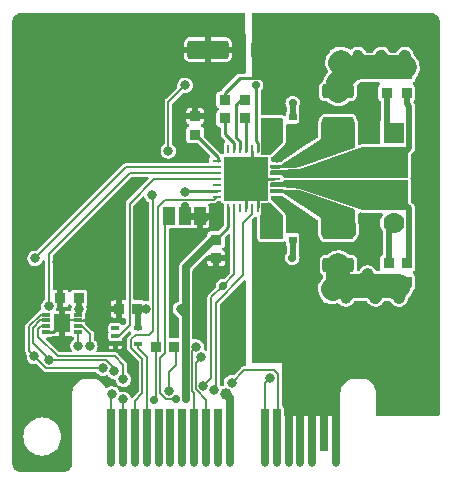
<source format=gtl>
G04 #@! TF.GenerationSoftware,KiCad,Pcbnew,(5.99.0-8491-gb8dfcb34c4)*
G04 #@! TF.CreationDate,2021-01-21T08:47:48+01:00*
G04 #@! TF.ProjectId,TMC2209_Driver,544d4332-3230-4395-9f44-72697665722e,rev?*
G04 #@! TF.SameCoordinates,PX67f3540PY6cb8080*
G04 #@! TF.FileFunction,Copper,L1,Top*
G04 #@! TF.FilePolarity,Positive*
%FSLAX46Y46*%
G04 Gerber Fmt 4.6, Leading zero omitted, Abs format (unit mm)*
G04 Created by KiCad (PCBNEW (5.99.0-8491-gb8dfcb34c4)) date 2021-01-21 08:47:48*
%MOMM*%
%LPD*%
G01*
G04 APERTURE LIST*
G04 Aperture macros list*
%AMRoundRect*
0 Rectangle with rounded corners*
0 $1 Rounding radius*
0 $2 $3 $4 $5 $6 $7 $8 $9 X,Y pos of 4 corners*
0 Add a 4 corners polygon primitive as box body*
4,1,4,$2,$3,$4,$5,$6,$7,$8,$9,$2,$3,0*
0 Add four circle primitives for the rounded corners*
1,1,$1+$1,$2,$3*
1,1,$1+$1,$4,$5*
1,1,$1+$1,$6,$7*
1,1,$1+$1,$8,$9*
0 Add four rect primitives between the rounded corners*
20,1,$1+$1,$2,$3,$4,$5,0*
20,1,$1+$1,$4,$5,$6,$7,0*
20,1,$1+$1,$6,$7,$8,$9,0*
20,1,$1+$1,$8,$9,$2,$3,0*%
G04 Aperture macros list end*
G04 #@! TA.AperFunction,SMDPad,CuDef*
%ADD10R,0.950000X0.875000*%
G04 #@! TD*
G04 #@! TA.AperFunction,SMDPad,CuDef*
%ADD11R,0.640000X0.590000*%
G04 #@! TD*
G04 #@! TA.AperFunction,SMDPad,CuDef*
%ADD12R,1.250000X1.750000*%
G04 #@! TD*
G04 #@! TA.AperFunction,ConnectorPad*
%ADD13C,0.650000*%
G04 #@! TD*
G04 #@! TA.AperFunction,ConnectorPad*
%ADD14R,0.650000X4.600000*%
G04 #@! TD*
G04 #@! TA.AperFunction,ConnectorPad*
%ADD15R,0.650000X3.600000*%
G04 #@! TD*
G04 #@! TA.AperFunction,ComponentPad*
%ADD16R,1.778000X1.778000*%
G04 #@! TD*
G04 #@! TA.AperFunction,ComponentPad*
%ADD17C,1.778000*%
G04 #@! TD*
G04 #@! TA.AperFunction,SMDPad,CuDef*
%ADD18R,0.875000X0.950000*%
G04 #@! TD*
G04 #@! TA.AperFunction,SMDPad,CuDef*
%ADD19R,0.250000X0.800000*%
G04 #@! TD*
G04 #@! TA.AperFunction,SMDPad,CuDef*
%ADD20R,0.800000X0.250000*%
G04 #@! TD*
G04 #@! TA.AperFunction,SMDPad,CuDef*
%ADD21R,3.700000X3.700000*%
G04 #@! TD*
G04 #@! TA.AperFunction,SMDPad,CuDef*
%ADD22RoundRect,0.250000X1.075000X-0.375000X1.075000X0.375000X-1.075000X0.375000X-1.075000X-0.375000X0*%
G04 #@! TD*
G04 #@! TA.AperFunction,SMDPad,CuDef*
%ADD23RoundRect,0.250000X-1.075000X0.375000X-1.075000X-0.375000X1.075000X-0.375000X1.075000X0.375000X0*%
G04 #@! TD*
G04 #@! TA.AperFunction,SMDPad,CuDef*
%ADD24R,0.650000X0.400000*%
G04 #@! TD*
G04 #@! TA.AperFunction,SMDPad,CuDef*
%ADD25RoundRect,0.250000X1.500000X0.550000X-1.500000X0.550000X-1.500000X-0.550000X1.500000X-0.550000X0*%
G04 #@! TD*
G04 #@! TA.AperFunction,SMDPad,CuDef*
%ADD26R,1.000000X1.500000*%
G04 #@! TD*
G04 #@! TA.AperFunction,SMDPad,CuDef*
%ADD27R,0.680000X0.300000*%
G04 #@! TD*
G04 #@! TA.AperFunction,SMDPad,CuDef*
%ADD28R,1.450000X1.560000*%
G04 #@! TD*
G04 #@! TA.AperFunction,ViaPad*
%ADD29C,0.700000*%
G04 #@! TD*
G04 #@! TA.AperFunction,ViaPad*
%ADD30C,0.800000*%
G04 #@! TD*
G04 #@! TA.AperFunction,ViaPad*
%ADD31C,1.000000*%
G04 #@! TD*
G04 #@! TA.AperFunction,Conductor*
%ADD32C,0.250000*%
G04 #@! TD*
G04 #@! TA.AperFunction,Conductor*
%ADD33C,0.650000*%
G04 #@! TD*
G04 #@! TA.AperFunction,Conductor*
%ADD34C,2.000000*%
G04 #@! TD*
G04 #@! TA.AperFunction,Conductor*
%ADD35C,0.254000*%
G04 #@! TD*
G04 #@! TA.AperFunction,Conductor*
%ADD36C,0.508000*%
G04 #@! TD*
G04 #@! TA.AperFunction,Conductor*
%ADD37C,0.152400*%
G04 #@! TD*
G04 #@! TA.AperFunction,Conductor*
%ADD38C,0.203200*%
G04 #@! TD*
G04 APERTURE END LIST*
G36*
X15760000Y21590000D02*
G01*
X15260000Y21590000D01*
X15260000Y22190000D01*
X15760000Y22190000D01*
X15760000Y21590000D01*
G37*
D10*
X17514598Y19927500D03*
X17514598Y18352500D03*
X15736598Y30396602D03*
X15736598Y28821602D03*
X19930000Y31757500D03*
X19930000Y30182500D03*
X18276598Y31762000D03*
X18276598Y30187000D03*
D11*
X23991598Y20901602D03*
X23991598Y19931602D03*
X23991598Y29329602D03*
X23991598Y30299602D03*
D12*
X25200000Y34900000D03*
X28000000Y34900000D03*
X24600000Y15720000D03*
X27400000Y15720000D03*
D13*
X10652800Y1014800D03*
X18652800Y1014800D03*
X14652800Y1014800D03*
X13652800Y1014800D03*
X16652800Y1014800D03*
X8652800Y1014800D03*
X25652800Y1014800D03*
X21652800Y1014800D03*
X12652800Y1014800D03*
X11652800Y1014800D03*
X15652800Y1014800D03*
X23652800Y1014800D03*
X24652800Y1014800D03*
X22652800Y1014800D03*
X17652800Y1014800D03*
X27652800Y1014800D03*
X9652800Y1014800D03*
D14*
X8652800Y3314800D03*
X9652800Y3314800D03*
X10652800Y3314800D03*
X11652800Y3314800D03*
X12652800Y3314800D03*
X13652800Y3314800D03*
X14652800Y3314800D03*
X15652800Y3314800D03*
X16652800Y3314800D03*
X17652800Y3314800D03*
X18652800Y3314800D03*
X21652800Y3314800D03*
X22652800Y3314800D03*
X23652800Y3314800D03*
X24652800Y3314800D03*
X25652800Y3314800D03*
D15*
X26652800Y3814800D03*
D14*
X27652800Y3314800D03*
D16*
X32551398Y28948602D03*
D17*
X32551398Y26408602D03*
X32551398Y23868602D03*
X32551398Y21328602D03*
D18*
X12412000Y10876000D03*
X13987000Y10876000D03*
D19*
X21554598Y27575102D03*
X21054599Y27575102D03*
X20554597Y27575102D03*
X20054598Y27575102D03*
X19554599Y27575102D03*
X19054597Y27575102D03*
X18554598Y27575102D03*
D20*
X17554598Y26575102D03*
X17554598Y26075103D03*
X17554598Y25575101D03*
X17554598Y25075102D03*
X17554598Y24575103D03*
X17554598Y24075101D03*
X17554598Y23575102D03*
D19*
X18554598Y22575102D03*
X19054597Y22575102D03*
X19554599Y22575102D03*
X20054598Y22575102D03*
X20554597Y22575102D03*
X21054599Y22575102D03*
X21554598Y22575102D03*
D20*
X22554598Y23575102D03*
X22554598Y24075101D03*
X22554598Y24575103D03*
X22554598Y25075102D03*
X22554598Y25575101D03*
X22554598Y26075103D03*
X22554598Y26575102D03*
D21*
X20054598Y25075102D03*
D10*
X33643598Y16350102D03*
X33643598Y17925102D03*
X32119598Y16350102D03*
X32119598Y17925102D03*
X33643598Y33927102D03*
X33643598Y32352102D03*
D22*
X27852398Y17766602D03*
X27852398Y20566602D03*
D23*
X27826998Y32507602D03*
X27826998Y29707602D03*
D10*
X31992598Y33952602D03*
X31992598Y32377602D03*
D24*
X8985500Y12415000D03*
X8985500Y11765000D03*
X8985500Y11115000D03*
X10885500Y11115000D03*
X10885500Y12415000D03*
D18*
X10850000Y14051000D03*
X9275000Y14051000D03*
X5909700Y14965400D03*
X4334700Y14965400D03*
D25*
X22220000Y36020000D03*
X16820000Y36020000D03*
D26*
X16160000Y21890000D03*
X14860000Y21890000D03*
X13560000Y21890000D03*
D27*
X3076400Y13581800D03*
X3076400Y13081800D03*
X3076400Y12581800D03*
X3076400Y12081800D03*
X5796400Y12081800D03*
X5796400Y12581800D03*
X5796400Y13081800D03*
X5796400Y13581800D03*
D28*
X4436400Y12831800D03*
D29*
X21324598Y25672002D03*
X19419598Y23830502D03*
X20689598Y23830502D03*
X21324598Y24402002D03*
X19419598Y25037002D03*
X20054598Y25672002D03*
X19419598Y26307002D03*
X20689598Y26307002D03*
X20689598Y25037002D03*
X20054598Y24402002D03*
X18784598Y24402002D03*
X18784598Y25672002D03*
D30*
X6000000Y18000000D03*
X19000000Y11000000D03*
D31*
X33000000Y15000000D03*
X31500000Y35500000D03*
D30*
X2000000Y32000000D03*
X8000000Y34000000D03*
X8000000Y20000000D03*
X10000000Y32000000D03*
X7800000Y12310000D03*
X2000000Y20000000D03*
X6000000Y34000000D03*
D29*
X16010000Y15640000D03*
X17514598Y17264602D03*
D30*
X10000000Y34000000D03*
X10000000Y24000000D03*
X19000000Y15000000D03*
D31*
X33500000Y35500000D03*
D30*
X8000000Y26000000D03*
X6000000Y28000000D03*
D31*
X30341598Y17000000D03*
D30*
X4000000Y34000000D03*
X2000000Y28000000D03*
X2000000Y24000000D03*
X4000000Y28000000D03*
X10000000Y28000000D03*
X4000000Y32000000D03*
D29*
X23991598Y31488602D03*
D30*
X8000000Y16000000D03*
X8000000Y30000000D03*
X4037410Y18006844D03*
D31*
X28500000Y15000000D03*
D30*
X2000000Y34000000D03*
D31*
X29500000Y35500000D03*
D30*
X11000000Y18000000D03*
X8000000Y22000000D03*
X6000000Y32000000D03*
X10000000Y30000000D03*
X6000000Y24000000D03*
D31*
X31000000Y15000000D03*
D30*
X8000000Y28000000D03*
D29*
X16613598Y21757602D03*
D30*
X6000000Y30000000D03*
X2000000Y22000000D03*
X8000000Y32000000D03*
X2000000Y30000000D03*
X6000000Y20000000D03*
X4000000Y26000000D03*
D29*
X23966198Y18382202D03*
D30*
X4000000Y22000000D03*
X11000000Y16000000D03*
X2000000Y26000000D03*
X4000000Y24000000D03*
X4000000Y30000000D03*
X6000000Y26000000D03*
X19000000Y13000000D03*
D31*
X30000000Y34000000D03*
D29*
X29833598Y23335202D03*
X25337798Y24503602D03*
X29833598Y24427402D03*
X23610598Y24630602D03*
X22746998Y20388802D03*
X22746998Y21785802D03*
X22746998Y21074602D03*
X21680198Y20414202D03*
X21705598Y21100002D03*
X29833598Y25697402D03*
X29833598Y26789602D03*
X25337798Y25646602D03*
X23610598Y25519602D03*
X22696198Y29761402D03*
X22696198Y29050202D03*
X22696198Y28364402D03*
X21654798Y29075602D03*
X21654798Y29761402D03*
D30*
X13480000Y27440000D03*
X14887410Y32982590D03*
X12076765Y23683235D03*
D29*
X20918198Y32982590D03*
D30*
X17320000Y7170000D03*
X9652800Y6397200D03*
X16420000Y7550000D03*
D29*
X18080203Y16006887D03*
D30*
X8710000Y6860000D03*
X3360000Y14284202D03*
X3360000Y9750000D03*
X8910000Y8760000D03*
X13494495Y7124495D03*
D29*
X12285000Y6380200D03*
D30*
X2120000Y10030000D03*
X7930000Y9041390D03*
X22095584Y8243406D03*
X2170000Y18330000D03*
X14520000Y14060000D03*
X5900000Y14070000D03*
D31*
X18317500Y6824700D03*
D30*
X11551390Y14069638D03*
D29*
X15002800Y6436579D03*
D30*
X9650994Y8090994D03*
X18830000Y7800000D03*
X5840000Y10920000D03*
X16250000Y9980000D03*
X15820000Y10840000D03*
X6820000Y10910000D03*
D29*
X14113800Y6418300D03*
X14863598Y22742789D03*
D30*
X14910000Y23950000D03*
D32*
X22620000Y33610000D02*
X23510000Y33610000D01*
D33*
X26661400Y6273400D02*
X26661400Y8107400D01*
D32*
X23991598Y28008802D02*
X23991598Y29329602D01*
D33*
X23664200Y6276200D02*
X23664200Y8437600D01*
X27652800Y6264800D02*
X27652000Y6265600D01*
D34*
X25000000Y37000000D02*
X25000000Y33000000D01*
D32*
X19530000Y33610000D02*
X22620000Y33610000D01*
X22554598Y23575102D02*
X22554598Y23502202D01*
D33*
X23652800Y6264800D02*
X23664200Y6276200D01*
X26652800Y3814800D02*
X26652800Y6264800D01*
D32*
X25580000Y31540000D02*
X25580000Y29600504D01*
D33*
X24652800Y6264800D02*
X24654800Y6266800D01*
X27652000Y6265600D02*
X27652000Y8336000D01*
D32*
X18276598Y32356598D02*
X19530000Y33610000D01*
X22557898Y26575102D02*
X23991598Y28008802D01*
X22554598Y23502202D02*
X23991598Y22065202D01*
X23510000Y33610000D02*
X25580000Y31540000D01*
D33*
X24654800Y6266800D02*
X24654800Y8488400D01*
X23652800Y3314800D02*
X23652800Y6264800D01*
D32*
X24753598Y20283924D02*
X24135920Y20901602D01*
X22554598Y26575102D02*
X25580000Y29600504D01*
D33*
X25652800Y3314800D02*
X25652800Y7987800D01*
X27652800Y3314800D02*
X27652800Y6264800D01*
D32*
X24753598Y20283924D02*
X24753598Y15873598D01*
D33*
X24652800Y3314800D02*
X24652800Y6264800D01*
D32*
X18276598Y32022102D02*
X18276598Y32356598D01*
D33*
X26652800Y6264800D02*
X26661400Y6273400D01*
D32*
X23991598Y22065202D02*
X23991598Y20901602D01*
D35*
X3686400Y12081800D02*
X4436400Y12831800D01*
D36*
X23991598Y19931602D02*
X23991598Y18407602D01*
D34*
X28000000Y34900000D02*
X28100000Y35000000D01*
D36*
X23991598Y30299602D02*
X23991598Y31488602D01*
D34*
X29153996Y34500000D02*
X33500000Y34500000D01*
X27826998Y32507602D02*
X27826998Y33173002D01*
D35*
X16363598Y22007602D02*
X16613598Y21757602D01*
D34*
X27680000Y16000000D02*
X33000000Y16000000D01*
D36*
X23991598Y18407602D02*
X23966198Y18382202D01*
D35*
X22401698Y25075102D02*
X20727698Y25075102D01*
D34*
X27852398Y17766602D02*
X27852398Y16172398D01*
D36*
X17514598Y18382102D02*
X17514598Y17264602D01*
D37*
X5796400Y13081800D02*
X4686400Y13081800D01*
D35*
X20054598Y22575102D02*
X20054598Y25075102D01*
X3076400Y12081800D02*
X3686400Y12081800D01*
D34*
X27400000Y15720000D02*
X27852398Y16172398D01*
D35*
X20554597Y27422202D02*
X20554597Y25575101D01*
X21054599Y22728002D02*
X21054599Y24075101D01*
D34*
X27826998Y33173002D02*
X29153996Y34500000D01*
D35*
X19054597Y27575102D02*
X19054597Y28103025D01*
X18276598Y28881024D02*
X18276598Y29755602D01*
X18276598Y29755602D02*
X18276598Y30447102D01*
X19054597Y28103025D02*
X18276598Y28881024D01*
D36*
X33440397Y22979603D02*
X32551398Y23868602D01*
X33846799Y18090803D02*
X33846799Y22573201D01*
X33846799Y22573201D02*
X33440397Y22979603D01*
X32119598Y17925102D02*
X32119598Y20896802D01*
X33643598Y31406602D02*
X33846799Y31203401D01*
X33846799Y27704003D02*
X33440397Y27297601D01*
X33440397Y27297601D02*
X32551398Y26408602D01*
X33846799Y31203401D02*
X33846799Y27704003D01*
X33643598Y32352102D02*
X33643598Y31406602D01*
X31992598Y32377602D02*
X31992598Y29507402D01*
D35*
X21054599Y27422202D02*
X21054599Y28131001D01*
D37*
X11280000Y6910000D02*
X11280000Y9780000D01*
X10652800Y3314800D02*
X10652800Y6282800D01*
X10652800Y6282800D02*
X11280000Y6910000D01*
X10714000Y11880000D02*
X11860000Y11880000D01*
X10331889Y11497889D02*
X10714000Y11880000D01*
X12180000Y12200000D02*
X12180000Y23580000D01*
X11280000Y9780000D02*
X10331889Y10728111D01*
D35*
X20918198Y28267402D02*
X20918198Y32982590D01*
D37*
X11860000Y11880000D02*
X12180000Y12200000D01*
D35*
X21054599Y28131001D02*
X20918198Y28267402D01*
D37*
X13480000Y27440000D02*
X13480000Y31575180D01*
X12180000Y23580000D02*
X12076765Y23683235D01*
X13480000Y31575180D02*
X14887410Y32982590D01*
X10331889Y10728111D02*
X10331889Y11497889D01*
X9652800Y6717200D02*
X9652800Y6397200D01*
X17320000Y7170000D02*
X17483320Y7333320D01*
X9652800Y3314800D02*
X9652800Y6397200D01*
X17483320Y14591724D02*
X17483320Y7226264D01*
X17483320Y7226264D02*
X17352282Y7095226D01*
X19800598Y16909002D02*
X17483320Y14591724D01*
X19800598Y16909002D02*
X19800598Y21361404D01*
X19800598Y21361404D02*
X20554597Y22115403D01*
X20554597Y22575102D02*
X20554597Y22115403D01*
X17110000Y8240000D02*
X17110000Y15036684D01*
X19054597Y16981281D02*
X18080203Y16006887D01*
X8652800Y3314800D02*
X8652800Y6802800D01*
X16420000Y7550000D02*
X17110000Y8240000D01*
X19054597Y22728002D02*
X19054597Y16981281D01*
X17110000Y15036684D02*
X18080203Y16006887D01*
X8652800Y6802800D02*
X8710000Y6860000D01*
X10885500Y10762600D02*
X10885500Y11115000D01*
X11652800Y6174200D02*
X11661187Y6182587D01*
X11661187Y9986913D02*
X10885500Y10762600D01*
X11652800Y3314800D02*
X11652800Y6174200D01*
X11661187Y6182587D02*
X11661187Y9986913D01*
D35*
X17707498Y26888202D02*
X17707498Y26575102D01*
X15774098Y28821602D02*
X17707498Y26888202D01*
X19554599Y27575102D02*
X19554599Y28229102D01*
X19173197Y28610504D02*
X19173197Y31330701D01*
X19173197Y31330701D02*
X19890098Y32047602D01*
X19554599Y28229102D02*
X19173197Y28610504D01*
X20054598Y27422202D02*
X20054598Y30345602D01*
D37*
X8231729Y9708601D02*
X9019485Y8920845D01*
X3360000Y14284202D02*
X3360000Y18370000D01*
X2634800Y13081800D02*
X1998000Y12445000D01*
X3444799Y9708601D02*
X8231729Y9708601D01*
X10245101Y25575101D02*
X10724899Y25575101D01*
X1998000Y12445000D02*
X1998000Y11155400D01*
X3101800Y13081800D02*
X2634800Y13081800D01*
X17554598Y25575101D02*
X14053936Y25575101D01*
X3360000Y18370000D02*
X3360000Y18690000D01*
X10724899Y25575101D02*
X14053936Y25575101D01*
X3360000Y18690000D02*
X10245101Y25575101D01*
X9019485Y8920845D02*
X9019485Y8759211D01*
X1998000Y11155400D02*
X3444799Y9708601D01*
X13494495Y8734495D02*
X14090000Y9330000D01*
X13494495Y7124495D02*
X13494495Y8734495D01*
X14090000Y9330000D02*
X14090000Y10773000D01*
X12574810Y11038810D02*
X12574810Y22680314D01*
X17554598Y23575102D02*
X17300895Y23321399D01*
X12574810Y22680314D02*
X13215895Y23321399D01*
X12412000Y10876000D02*
X12412000Y6507200D01*
X12412000Y6507200D02*
X12285000Y6380200D01*
X13215895Y23321399D02*
X17300895Y23321399D01*
X21652800Y3314800D02*
X21652800Y7800622D01*
X9915103Y26075103D02*
X17554598Y26075103D01*
X1693190Y12571256D02*
X1693190Y10486480D01*
X3101800Y13581800D02*
X2703734Y13581800D01*
X1693190Y10486480D02*
X3138280Y9041390D01*
X2170000Y18330000D02*
X9915103Y26075103D01*
X21652800Y7800622D02*
X22095584Y8243406D01*
X3138280Y9041390D02*
X7930000Y9041390D01*
X2703734Y13581800D02*
X1693190Y12571256D01*
D35*
X18554598Y20959602D02*
X17552098Y19957102D01*
D36*
X14932977Y13427023D02*
X14520000Y13840000D01*
D33*
X14952977Y6486402D02*
X15002800Y6436579D01*
D38*
X5911800Y13831800D02*
X5911800Y14963300D01*
D35*
X10850000Y13150000D02*
X10850000Y12450500D01*
D33*
X18652800Y6372600D02*
X18660400Y6380200D01*
D36*
X14520000Y13840000D02*
X14520000Y14060000D01*
D33*
X18652800Y6489400D02*
X18317500Y6824700D01*
X18652800Y6372600D02*
X18652800Y6489400D01*
D36*
X10885500Y12415000D02*
X10885500Y14015500D01*
D33*
X18652800Y3314800D02*
X18652800Y6372600D01*
X17317758Y19957102D02*
X17514598Y19957102D01*
X14932977Y6892702D02*
X14952977Y6872703D01*
D37*
X10750000Y13150000D02*
X10850000Y13150000D01*
D33*
X14932977Y6892702D02*
X14932977Y13427023D01*
X14932977Y17572321D02*
X17317758Y19957102D01*
X14952977Y6872703D02*
X14952977Y6486402D01*
D36*
X5909700Y13833900D02*
X5911800Y13831800D01*
X14915000Y12415000D02*
X14932977Y12397023D01*
X5909700Y14965400D02*
X5909700Y13833900D01*
D33*
X14932977Y13427023D02*
X14932977Y17572321D01*
D38*
X5911800Y13581800D02*
X5911800Y13831800D01*
D35*
X18554598Y22728002D02*
X18554598Y20959602D01*
X10850000Y14051000D02*
X10850000Y13150000D01*
D37*
X8985500Y11765000D02*
X9272000Y11765000D01*
X10183889Y22963209D02*
X12295782Y25075102D01*
X10183889Y12676889D02*
X10183889Y22963209D01*
X9272000Y11765000D02*
X10183889Y12676889D01*
X12295782Y25075102D02*
X15104898Y25075102D01*
X12295782Y25075102D02*
X17554598Y25075102D01*
X9650994Y9339006D02*
X9650994Y8090994D01*
X4111091Y10059239D02*
X8930761Y10059239D01*
X19902007Y8872007D02*
X22397313Y8872007D01*
X8930761Y10059239D02*
X9650994Y9339006D01*
X3011800Y12581800D02*
X2711800Y12581800D01*
X22397313Y8872007D02*
X22724185Y8545135D01*
X18830000Y7800000D02*
X19902007Y8872007D01*
X2711800Y12581800D02*
X2472491Y12342492D01*
X22724185Y8545135D02*
X22724185Y3386185D01*
X2472491Y12342492D02*
X2472491Y11697839D01*
X2472491Y11697839D02*
X4111091Y10059239D01*
X5840000Y10920000D02*
X5840000Y12038200D01*
X15791399Y7248271D02*
X15791399Y9521399D01*
X15791399Y9521399D02*
X16250000Y9980000D01*
X16652800Y5289800D02*
X16652800Y6386870D01*
X16652800Y6386870D02*
X15791399Y7248271D01*
X15486588Y10506588D02*
X15820000Y10840000D01*
X6820000Y11959700D02*
X6820000Y10910000D01*
X6197900Y12581800D02*
X6820000Y11959700D01*
X15652800Y6955802D02*
X15486588Y7122015D01*
X15652800Y3314800D02*
X15652800Y6955802D01*
X6197900Y12581800D02*
X5796400Y12581800D01*
X15486588Y7122015D02*
X15486588Y10506588D01*
X12750000Y6980000D02*
X12750000Y9890000D01*
X12750000Y9890000D02*
X13189684Y10329684D01*
X13189684Y10329684D02*
X13189684Y21519684D01*
X13311700Y6418300D02*
X12750000Y6980000D01*
X14113800Y6418300D02*
X13311700Y6418300D01*
D32*
X17554598Y24075101D02*
X15035101Y24075101D01*
X14863598Y22007602D02*
X14863598Y22742789D01*
X15035101Y24075101D02*
X14910000Y23950000D01*
G04 #@! TA.AperFunction,Conductor*
G36*
X29240911Y29919200D02*
G01*
X29287404Y29865544D01*
X29298782Y29811802D01*
X29283718Y28455953D01*
X29276228Y27781872D01*
X29255471Y27713978D01*
X29201302Y27668084D01*
X29191976Y27664388D01*
X24614656Y26057924D01*
X24578763Y26050950D01*
X24020997Y26025128D01*
X23742743Y26012246D01*
X23700814Y26017394D01*
X23694273Y26019350D01*
X23694274Y26019350D01*
X23685670Y26021923D01*
X23676694Y26021978D01*
X23676693Y26021978D01*
X23616280Y26022347D01*
X23541668Y26022803D01*
X23533038Y26020337D01*
X23533034Y26020336D01*
X23472846Y26003134D01*
X23444049Y25998418D01*
X23163508Y25985429D01*
X23078006Y25981471D01*
X23073795Y25980696D01*
X23073793Y25980696D01*
X23046253Y25975629D01*
X23037459Y25974011D01*
X23033400Y25972676D01*
X23033386Y25972673D01*
X22997052Y25960728D01*
X22990312Y25958718D01*
X22986676Y25957744D01*
X22978484Y25956665D01*
X22970853Y25953504D01*
X22962874Y25951366D01*
X22962643Y25952230D01*
X22924300Y25944603D01*
X22288091Y25944603D01*
X22287854Y25944600D01*
X22287803Y25944600D01*
X22284894Y25944566D01*
X22284873Y25944566D01*
X22284561Y25944562D01*
X22284188Y25944553D01*
X22284168Y25944553D01*
X22279120Y25944436D01*
X22279111Y25944436D01*
X22278734Y25944427D01*
X22276075Y25944335D01*
X22275589Y25944318D01*
X22275578Y25944318D01*
X22275216Y25944305D01*
X22226169Y25942034D01*
X22194325Y25940560D01*
X22125352Y25957390D01*
X22076428Y26008838D01*
X22062498Y26066425D01*
X22062498Y26155602D01*
X22082500Y26223723D01*
X22136156Y26270216D01*
X22188498Y26281602D01*
X23102598Y26281602D01*
X23118119Y26291949D01*
X23118121Y26291950D01*
X25353003Y27781872D01*
X26379198Y28466002D01*
X26402463Y29815374D01*
X26423636Y29883140D01*
X26478085Y29928701D01*
X26528444Y29939202D01*
X29172790Y29939202D01*
X29240911Y29919200D01*
G37*
G04 #@! TD.AperFunction*
G04 #@! TA.AperFunction,Conductor*
G36*
X33711478Y24991600D02*
G01*
X33757971Y24937944D01*
X33769351Y24884369D01*
X33763100Y24246769D01*
X33746421Y22545567D01*
X33725752Y22477645D01*
X33671643Y22431681D01*
X33620427Y22420802D01*
X29956293Y22420802D01*
X29915253Y22427673D01*
X24634822Y24246769D01*
X24634821Y24246769D01*
X24626598Y24249602D01*
X24050231Y24281922D01*
X23045873Y24338241D01*
X23016621Y24344915D01*
X23015024Y24345982D01*
X22984721Y24352009D01*
X22960668Y24356794D01*
X22960665Y24356794D01*
X22954598Y24358001D01*
X22697006Y24358001D01*
X22689952Y24358199D01*
X22659442Y24359910D01*
X22181443Y24386714D01*
X22114550Y24410497D01*
X22071134Y24466672D01*
X22062498Y24512515D01*
X22062498Y24666202D01*
X22082500Y24734323D01*
X22136156Y24780816D01*
X22188498Y24792202D01*
X22954598Y24792202D01*
X22960665Y24793409D01*
X22960668Y24793409D01*
X23015024Y24804221D01*
X23015321Y24802727D01*
X23043853Y24808402D01*
X23077198Y24808402D01*
X23377025Y24992911D01*
X23443061Y25011602D01*
X33643357Y25011602D01*
X33711478Y24991600D01*
G37*
G04 #@! TD.AperFunction*
G04 #@! TA.AperFunction,Conductor*
G36*
X22650909Y24207749D02*
G01*
X22681419Y24206038D01*
X22681897Y24206018D01*
X22681915Y24206017D01*
X22683406Y24205954D01*
X22685676Y24205859D01*
X22692730Y24205661D01*
X22693680Y24205648D01*
X22696619Y24205606D01*
X22696674Y24205606D01*
X22697006Y24205601D01*
X22927180Y24205601D01*
X22951763Y24203179D01*
X22954986Y24202538D01*
X22954992Y24202537D01*
X22974264Y24198704D01*
X22981785Y24196736D01*
X22982721Y24196333D01*
X22993893Y24193784D01*
X23009377Y24190251D01*
X23009384Y24190250D01*
X23011973Y24189659D01*
X23037341Y24186080D01*
X23039982Y24185932D01*
X23039991Y24185931D01*
X23399676Y24165762D01*
X23430194Y24160228D01*
X23529394Y24129235D01*
X23605597Y24127839D01*
X23664403Y24126761D01*
X23664406Y24126761D01*
X23673375Y24126597D01*
X23682035Y24128958D01*
X23682036Y24128958D01*
X23726083Y24140966D01*
X23766277Y24145205D01*
X24041699Y24129761D01*
X24579499Y24099604D01*
X24613483Y24092931D01*
X29216726Y22507125D01*
X29274615Y22466027D01*
X29301096Y22400154D01*
X29301676Y22389397D01*
X29324182Y20363802D01*
X29304938Y20295463D01*
X29251802Y20248377D01*
X29198190Y20236402D01*
X26553844Y20236402D01*
X26485723Y20256404D01*
X26439230Y20310060D01*
X26427863Y20360230D01*
X26404910Y21691490D01*
X26404598Y21709602D01*
X26394227Y21716516D01*
X23143521Y23883654D01*
X23143519Y23883655D01*
X23127998Y23894002D01*
X22188498Y23894002D01*
X22120377Y23914004D01*
X22073884Y23967660D01*
X22062498Y24020002D01*
X22062498Y24107481D01*
X22082500Y24175602D01*
X22136156Y24222095D01*
X22195552Y24233283D01*
X22650909Y24207749D01*
G37*
G04 #@! TD.AperFunction*
G04 #@! TA.AperFunction,Conductor*
G36*
X22030370Y23071824D02*
G01*
X22073331Y23043669D01*
X23141893Y21975107D01*
X23175919Y21912795D01*
X23178798Y21886012D01*
X23178798Y20108402D01*
X23158796Y20040281D01*
X23105140Y19993788D01*
X23052798Y19982402D01*
X21374398Y19982402D01*
X21306277Y20002404D01*
X21259784Y20056060D01*
X21248398Y20108402D01*
X21248398Y21971829D01*
X21268400Y22039950D01*
X21282771Y22057784D01*
X21291251Y22063450D01*
X21298144Y22073766D01*
X21298146Y22073768D01*
X21318583Y22104354D01*
X21325480Y22114676D01*
X21337499Y22175102D01*
X21337499Y22941202D01*
X21357501Y23009323D01*
X21411157Y23055816D01*
X21463499Y23067202D01*
X21904598Y23067202D01*
X21910664Y23068408D01*
X21910669Y23068409D01*
X21959656Y23078153D01*
X22030370Y23071824D01*
G37*
G04 #@! TD.AperFunction*
G04 #@! TA.AperFunction,Conductor*
G36*
X35656547Y39143670D02*
G01*
X35656559Y39143771D01*
X35662700Y39143019D01*
X35668739Y39141668D01*
X35674918Y39141522D01*
X35674923Y39141521D01*
X35746694Y39139821D01*
X35756060Y39139249D01*
X35777220Y39137165D01*
X35789451Y39135351D01*
X35856176Y39122079D01*
X35898773Y39113606D01*
X35910746Y39110607D01*
X35919559Y39107934D01*
X35931185Y39103774D01*
X36034172Y39061115D01*
X36045339Y39055833D01*
X36053450Y39051498D01*
X36064042Y39045149D01*
X36156730Y38983217D01*
X36166641Y38975866D01*
X36173769Y38970017D01*
X36182925Y38961717D01*
X36261717Y38882925D01*
X36270022Y38873763D01*
X36275866Y38866642D01*
X36283218Y38856728D01*
X36345149Y38764041D01*
X36351493Y38753458D01*
X36355827Y38745351D01*
X36361109Y38734186D01*
X36403778Y38631175D01*
X36407933Y38619563D01*
X36410607Y38610746D01*
X36413608Y38598764D01*
X36435351Y38489453D01*
X36437165Y38477221D01*
X36439250Y38456050D01*
X36439822Y38446684D01*
X36441668Y38368739D01*
X36443019Y38362698D01*
X36443771Y38356558D01*
X36443670Y38356546D01*
X36446000Y38335453D01*
X36446000Y5126000D01*
X36425998Y5057879D01*
X36372342Y5011386D01*
X36320000Y5000000D01*
X31180000Y5000000D01*
X31111879Y5020002D01*
X31065386Y5073658D01*
X31054000Y5126000D01*
X31054000Y6838431D01*
X31055874Y6860082D01*
X31058460Y6874909D01*
X31059523Y6881002D01*
X31059377Y6887187D01*
X31056635Y7002926D01*
X31056600Y7005910D01*
X31056600Y7024138D01*
X31056069Y7026806D01*
X31056005Y7029523D01*
X31054706Y7035330D01*
X31054704Y7035345D01*
X31052024Y7047328D01*
X31051408Y7050242D01*
X31038435Y7115463D01*
X31008453Y7266191D01*
X31008310Y7266537D01*
X31008237Y7266902D01*
X30913791Y7494913D01*
X30913585Y7495221D01*
X30913442Y7495567D01*
X30905035Y7508149D01*
X30779768Y7695626D01*
X30779765Y7695630D01*
X30776329Y7700772D01*
X30776064Y7701037D01*
X30775857Y7701347D01*
X30601347Y7875857D01*
X30601037Y7876064D01*
X30600772Y7876329D01*
X30595630Y7879765D01*
X30595626Y7879768D01*
X30400734Y8009990D01*
X30400731Y8009992D01*
X30395567Y8013442D01*
X30395221Y8013585D01*
X30394913Y8013791D01*
X30166903Y8108237D01*
X30166536Y8108310D01*
X30166191Y8108453D01*
X30160126Y8109659D01*
X30160124Y8109660D01*
X30049528Y8131658D01*
X29950234Y8151409D01*
X29947380Y8152011D01*
X29929523Y8156005D01*
X29926805Y8156069D01*
X29924137Y8156600D01*
X29905902Y8156600D01*
X29902919Y8156635D01*
X29787187Y8159376D01*
X29787183Y8159376D01*
X29781003Y8159522D01*
X29774909Y8158459D01*
X29774907Y8158459D01*
X29760087Y8155874D01*
X29738438Y8154000D01*
X29361569Y8154000D01*
X29339918Y8155874D01*
X29338800Y8156069D01*
X29318998Y8159523D01*
X29312820Y8159377D01*
X29312815Y8159377D01*
X29197074Y8156635D01*
X29194090Y8156600D01*
X29175862Y8156600D01*
X29173194Y8156069D01*
X29170477Y8156005D01*
X29164670Y8154706D01*
X29164655Y8154704D01*
X29152672Y8152024D01*
X29149758Y8151408D01*
X28933809Y8108453D01*
X28933463Y8108310D01*
X28933098Y8108237D01*
X28705087Y8013791D01*
X28704779Y8013585D01*
X28704433Y8013442D01*
X28699266Y8009990D01*
X28699265Y8009989D01*
X28504374Y7879768D01*
X28504370Y7879765D01*
X28499228Y7876329D01*
X28498963Y7876064D01*
X28498653Y7875857D01*
X28324143Y7701347D01*
X28323936Y7701037D01*
X28323671Y7700772D01*
X28320235Y7695630D01*
X28320232Y7695626D01*
X28192564Y7504556D01*
X28186558Y7495567D01*
X28186415Y7495221D01*
X28186209Y7494913D01*
X28091763Y7266903D01*
X28091690Y7266536D01*
X28091547Y7266191D01*
X28088306Y7249894D01*
X28048595Y7050251D01*
X28047989Y7047380D01*
X28043995Y7029523D01*
X28043931Y7026805D01*
X28043400Y7024137D01*
X28043400Y7005902D01*
X28043365Y7002926D01*
X28040478Y6881003D01*
X28041541Y6874909D01*
X28041541Y6874907D01*
X28044126Y6860087D01*
X28046000Y6838438D01*
X28046000Y5126000D01*
X28025998Y5057879D01*
X27972342Y5011386D01*
X27920000Y5000000D01*
X23363300Y5000000D01*
X23295179Y5020002D01*
X23248686Y5073658D01*
X23237300Y5126000D01*
X23237300Y5614800D01*
X23217547Y5714106D01*
X23161294Y5798294D01*
X23150978Y5805187D01*
X23150977Y5805188D01*
X23118069Y5827177D01*
X23072542Y5881654D01*
X23062072Y5932221D01*
X23069960Y9481883D01*
X23069960Y9481884D01*
X23070000Y9500000D01*
X20663178Y9500000D01*
X20595057Y9520002D01*
X20548564Y9573658D01*
X20537178Y9626000D01*
X20537191Y14389717D01*
X20537198Y17315402D01*
X20537460Y17549880D01*
X20541974Y21583050D01*
X20562052Y21651148D01*
X20578879Y21672004D01*
X20775146Y21868271D01*
X20783252Y21875699D01*
X20787409Y21879187D01*
X20852450Y21907651D01*
X20922554Y21896432D01*
X20975465Y21849092D01*
X20994398Y21782664D01*
X20994398Y20108402D01*
X20994758Y20105055D01*
X20994758Y20105051D01*
X20999787Y20058276D01*
X21000202Y20054412D01*
X21011588Y20002070D01*
X21018782Y19975847D01*
X21022682Y19968999D01*
X21064760Y19895104D01*
X21064763Y19895100D01*
X21067823Y19889726D01*
X21114316Y19836070D01*
X21146900Y19804629D01*
X21234717Y19758693D01*
X21302838Y19738691D01*
X21307297Y19738050D01*
X21307301Y19738049D01*
X21329037Y19734924D01*
X21374398Y19728402D01*
X23052798Y19728402D01*
X23056145Y19728762D01*
X23056149Y19728762D01*
X23103424Y19733844D01*
X23103431Y19733845D01*
X23106788Y19734206D01*
X23110089Y19734924D01*
X23157476Y19745232D01*
X23157483Y19745234D01*
X23159130Y19745592D01*
X23185353Y19752786D01*
X23192197Y19756684D01*
X23192201Y19756685D01*
X23223748Y19774650D01*
X23292842Y19790977D01*
X23359794Y19767358D01*
X23403349Y19711291D01*
X23412098Y19665158D01*
X23412098Y19636602D01*
X23431851Y19537296D01*
X23438746Y19526977D01*
X23461863Y19492380D01*
X23483098Y19422378D01*
X23483098Y18788032D01*
X23463096Y18719911D01*
X23457072Y18711343D01*
X23438356Y18686952D01*
X23377466Y18539952D01*
X23376389Y18531768D01*
X23376388Y18531766D01*
X23360085Y18407932D01*
X23356698Y18382202D01*
X23357776Y18374014D01*
X23368471Y18292780D01*
X23377466Y18224452D01*
X23438356Y18077452D01*
X23535216Y17951220D01*
X23661448Y17854360D01*
X23808448Y17793470D01*
X23816632Y17792393D01*
X23816634Y17792392D01*
X23958010Y17773780D01*
X23966198Y17772702D01*
X23974386Y17773780D01*
X24115762Y17792392D01*
X24115764Y17792393D01*
X24123948Y17793470D01*
X24270948Y17854360D01*
X24397180Y17951220D01*
X24494040Y18077452D01*
X24554930Y18224452D01*
X24563926Y18292780D01*
X24574620Y18374014D01*
X24575698Y18382202D01*
X24554930Y18539952D01*
X24509688Y18649174D01*
X24500098Y18697390D01*
X24500098Y19422378D01*
X24521333Y19492380D01*
X24544450Y19526977D01*
X24551345Y19537296D01*
X24571098Y19636602D01*
X24571098Y20226602D01*
X24551345Y20325908D01*
X24495092Y20410096D01*
X24410904Y20466349D01*
X24311598Y20486102D01*
X23671598Y20486102D01*
X23583378Y20468554D01*
X23512666Y20474882D01*
X23456598Y20518436D01*
X23432798Y20592133D01*
X23432798Y21886012D01*
X23431343Y21913159D01*
X23431081Y21915602D01*
X23429126Y21933782D01*
X23428464Y21939942D01*
X23398848Y22034527D01*
X23364822Y22096839D01*
X23327421Y22146800D01*
X23324195Y22151110D01*
X23324191Y22151114D01*
X23321498Y22154712D01*
X22252936Y23223274D01*
X22250440Y23225304D01*
X22250431Y23225312D01*
X22212558Y23256112D01*
X22213195Y23256895D01*
X22172547Y23309937D01*
X22164098Y23355299D01*
X22164098Y23514002D01*
X22184100Y23582123D01*
X22237756Y23628616D01*
X22290098Y23640002D01*
X23012944Y23640002D01*
X23082836Y23618840D01*
X26097980Y21608744D01*
X26143565Y21554315D01*
X26154069Y21506078D01*
X26173638Y20371124D01*
X26173901Y20355851D01*
X26174289Y20352638D01*
X26174289Y20352631D01*
X26176268Y20336227D01*
X26180142Y20304104D01*
X26180860Y20300936D01*
X26180861Y20300929D01*
X26182215Y20294954D01*
X26191509Y20253934D01*
X26198228Y20229847D01*
X26202060Y20223117D01*
X26202062Y20223113D01*
X26244206Y20149104D01*
X26244209Y20149100D01*
X26247269Y20143726D01*
X26251322Y20139049D01*
X26255946Y20133712D01*
X26285446Y20069067D01*
X26286992Y20058276D01*
X26288377Y20048602D01*
X26348169Y19917098D01*
X26442465Y19807661D01*
X26563687Y19729089D01*
X26639892Y19706299D01*
X26695548Y19689654D01*
X26695550Y19689654D01*
X26702089Y19687698D01*
X26710110Y19687102D01*
X28962312Y19687102D01*
X29004801Y19693187D01*
X29061505Y19701307D01*
X29061508Y19701308D01*
X29070398Y19702581D01*
X29078574Y19706298D01*
X29078576Y19706299D01*
X29128699Y19729089D01*
X29201902Y19762373D01*
X29311339Y19856669D01*
X29389911Y19977891D01*
X29401392Y20016281D01*
X29438544Y20074480D01*
X29471289Y20103496D01*
X29471297Y20103504D01*
X29473394Y20105362D01*
X29504472Y20138293D01*
X29549429Y20226615D01*
X29568673Y20294954D01*
X29578166Y20366624D01*
X29558865Y22103727D01*
X29578109Y22172066D01*
X29631245Y22219152D01*
X29701402Y22230036D01*
X29725897Y22224256D01*
X29830051Y22188375D01*
X29830056Y22188373D01*
X29832522Y22187524D01*
X29873312Y22177160D01*
X29893832Y22173725D01*
X29911775Y22170720D01*
X29911786Y22170719D01*
X29914352Y22170289D01*
X29916947Y22170073D01*
X29916949Y22170073D01*
X29923079Y22169563D01*
X29956293Y22166802D01*
X31496075Y22166802D01*
X31564196Y22146800D01*
X31610689Y22093144D01*
X31620793Y22022870D01*
X31595024Y21962795D01*
X31588185Y21954120D01*
X31585496Y21949009D01*
X31585494Y21949006D01*
X31545067Y21872167D01*
X31490322Y21768114D01*
X31427995Y21567389D01*
X31403292Y21358666D01*
X31417038Y21148937D01*
X31468774Y20945225D01*
X31556768Y20754352D01*
X31560101Y20749636D01*
X31587995Y20710167D01*
X31611098Y20637447D01*
X31611098Y18711177D01*
X31591096Y18643056D01*
X31544252Y18603906D01*
X31545292Y18602349D01*
X31461104Y18546096D01*
X31404851Y18461908D01*
X31385098Y18362602D01*
X31385098Y17487602D01*
X31386305Y17481534D01*
X31401512Y17405081D01*
X31395184Y17334367D01*
X31351629Y17278300D01*
X31277933Y17254500D01*
X31140078Y17254500D01*
X31071957Y17274502D01*
X31026686Y17326747D01*
X31026484Y17326646D01*
X31026087Y17327439D01*
X31025464Y17328158D01*
X31024291Y17331025D01*
X31023205Y17333193D01*
X31020708Y17340073D01*
X30924260Y17487181D01*
X30796556Y17608155D01*
X30644448Y17696507D01*
X30637446Y17698628D01*
X30637443Y17698629D01*
X30547952Y17725733D01*
X30476094Y17747497D01*
X30468785Y17747950D01*
X30468782Y17747951D01*
X30394441Y17752563D01*
X30300525Y17758389D01*
X30293310Y17757149D01*
X30293307Y17757149D01*
X30134376Y17729839D01*
X30127160Y17728599D01*
X29965297Y17659726D01*
X29959409Y17655393D01*
X29959404Y17655390D01*
X29829519Y17559805D01*
X29829515Y17559801D01*
X29823620Y17555463D01*
X29709729Y17421404D01*
X29692823Y17388296D01*
X29670115Y17343825D01*
X29621321Y17292252D01*
X29552392Y17275246D01*
X29485210Y17298206D01*
X29441106Y17353842D01*
X29431898Y17401126D01*
X29431898Y18176516D01*
X29416419Y18284602D01*
X29356627Y18416106D01*
X29262331Y18525543D01*
X29141109Y18604115D01*
X29023392Y18639320D01*
X29009248Y18643550D01*
X29009246Y18643550D01*
X29002707Y18645506D01*
X28994686Y18646102D01*
X28798547Y18646102D01*
X28730426Y18666104D01*
X28710862Y18681618D01*
X28702657Y18689570D01*
X28645027Y18745417D01*
X28581609Y18788032D01*
X28463827Y18867179D01*
X28463824Y18867181D01*
X28459167Y18870310D01*
X28254127Y18960316D01*
X28036390Y19012591D01*
X27950243Y19017558D01*
X27818443Y19025158D01*
X27818440Y19025158D01*
X27812836Y19025481D01*
X27590533Y18998579D01*
X27376508Y18932736D01*
X27371528Y18930166D01*
X27371524Y18930164D01*
X27259928Y18872565D01*
X27177524Y18830033D01*
X26999873Y18693716D01*
X26994039Y18687304D01*
X26992849Y18686580D01*
X26991965Y18685767D01*
X26991803Y18685943D01*
X26933400Y18650381D01*
X26900844Y18646102D01*
X26742484Y18646102D01*
X26699995Y18640017D01*
X26643291Y18631897D01*
X26643288Y18631896D01*
X26634398Y18630623D01*
X26626222Y18626906D01*
X26626220Y18626905D01*
X26601003Y18615439D01*
X26502894Y18570831D01*
X26393457Y18476535D01*
X26314885Y18355313D01*
X26273494Y18216911D01*
X26272898Y18208890D01*
X26272898Y17356688D01*
X26276095Y17334367D01*
X26286066Y17264740D01*
X26288377Y17248602D01*
X26348169Y17117098D01*
X26442465Y17007661D01*
X26449999Y17002778D01*
X26540430Y16944163D01*
X26586714Y16890327D01*
X26597898Y16838431D01*
X26597898Y16826282D01*
X26576663Y16756280D01*
X26535253Y16694306D01*
X26532832Y16682134D01*
X26526589Y16650749D01*
X26492105Y16586236D01*
X26473320Y16567451D01*
X26471525Y16565304D01*
X26369362Y16443119D01*
X26369359Y16443115D01*
X26365763Y16438814D01*
X26254817Y16244306D01*
X26180069Y16033225D01*
X26179162Y16027689D01*
X26179162Y16027687D01*
X26146049Y15825468D01*
X26143883Y15812243D01*
X26143971Y15806629D01*
X26143971Y15806627D01*
X26145027Y15739424D01*
X26147400Y15588347D01*
X26148480Y15582842D01*
X26185680Y15393231D01*
X26190510Y15368611D01*
X26271851Y15159982D01*
X26388851Y14969055D01*
X26392587Y14964862D01*
X26392589Y14964859D01*
X26497320Y14847312D01*
X26526823Y14788075D01*
X26535253Y14745694D01*
X26591506Y14661506D01*
X26675694Y14605253D01*
X26775000Y14585500D01*
X26830413Y14585500D01*
X26889371Y14570855D01*
X26905614Y14562255D01*
X26911924Y14558914D01*
X27065823Y14509798D01*
X27100345Y14498781D01*
X27125249Y14490833D01*
X27347258Y14461605D01*
X27352858Y14461869D01*
X27352859Y14461869D01*
X27442818Y14466111D01*
X27570933Y14472153D01*
X27789207Y14522144D01*
X27794365Y14524344D01*
X27794374Y14524347D01*
X27796462Y14525238D01*
X27797489Y14525359D01*
X27799707Y14526080D01*
X27799850Y14525638D01*
X27866968Y14533568D01*
X27930785Y14502457D01*
X27943188Y14489409D01*
X27973361Y14452741D01*
X27979188Y14448310D01*
X27979189Y14448309D01*
X28107558Y14350695D01*
X28107561Y14350694D01*
X28113383Y14346266D01*
X28120064Y14343299D01*
X28120068Y14343296D01*
X28267457Y14277829D01*
X28267459Y14277828D01*
X28274144Y14274859D01*
X28447020Y14242350D01*
X28454328Y14242688D01*
X28454331Y14242688D01*
X28615423Y14250144D01*
X28615427Y14250145D01*
X28622738Y14250483D01*
X28629776Y14252495D01*
X28629779Y14252495D01*
X28784834Y14296810D01*
X28784838Y14296812D01*
X28791872Y14298822D01*
X28945350Y14384773D01*
X29025554Y14458395D01*
X29069550Y14498781D01*
X29069551Y14498782D01*
X29074938Y14503727D01*
X29173685Y14649302D01*
X29176290Y14656142D01*
X29176292Y14656145D01*
X29179416Y14664348D01*
X29222355Y14720888D01*
X29289045Y14745238D01*
X29297164Y14745500D01*
X30206038Y14745500D01*
X30274159Y14725498D01*
X30319141Y14675031D01*
X30361590Y14588573D01*
X30366242Y14582920D01*
X30366243Y14582918D01*
X30468708Y14458395D01*
X30468711Y14458393D01*
X30473361Y14452741D01*
X30479188Y14448310D01*
X30479189Y14448309D01*
X30607558Y14350695D01*
X30607561Y14350694D01*
X30613383Y14346266D01*
X30620064Y14343299D01*
X30620068Y14343296D01*
X30767457Y14277829D01*
X30767459Y14277828D01*
X30774144Y14274859D01*
X30947020Y14242350D01*
X30954328Y14242688D01*
X30954331Y14242688D01*
X31115423Y14250144D01*
X31115427Y14250145D01*
X31122738Y14250483D01*
X31129776Y14252495D01*
X31129779Y14252495D01*
X31284834Y14296810D01*
X31284838Y14296812D01*
X31291872Y14298822D01*
X31445350Y14384773D01*
X31525554Y14458395D01*
X31569550Y14498781D01*
X31569551Y14498782D01*
X31574938Y14503727D01*
X31673685Y14649302D01*
X31676290Y14656142D01*
X31676292Y14656145D01*
X31679416Y14664348D01*
X31722355Y14720888D01*
X31789045Y14745238D01*
X31797164Y14745500D01*
X32206038Y14745500D01*
X32274159Y14725498D01*
X32319141Y14675031D01*
X32361590Y14588573D01*
X32366242Y14582920D01*
X32366243Y14582918D01*
X32468708Y14458395D01*
X32468711Y14458393D01*
X32473361Y14452741D01*
X32479188Y14448310D01*
X32479189Y14448309D01*
X32607558Y14350695D01*
X32607561Y14350694D01*
X32613383Y14346266D01*
X32620064Y14343299D01*
X32620068Y14343296D01*
X32767457Y14277829D01*
X32767459Y14277828D01*
X32774144Y14274859D01*
X32947020Y14242350D01*
X32954328Y14242688D01*
X32954331Y14242688D01*
X33115423Y14250144D01*
X33115427Y14250145D01*
X33122738Y14250483D01*
X33129776Y14252495D01*
X33129779Y14252495D01*
X33284834Y14296810D01*
X33284838Y14296812D01*
X33291872Y14298822D01*
X33445350Y14384773D01*
X33525554Y14458395D01*
X33569550Y14498781D01*
X33569551Y14498782D01*
X33574938Y14503727D01*
X33673685Y14649302D01*
X33736294Y14813689D01*
X33754127Y14948242D01*
X33782906Y15013143D01*
X33805507Y15034007D01*
X33822983Y15046565D01*
X33978815Y15207371D01*
X34087164Y15368611D01*
X34100577Y15388571D01*
X34100579Y15388574D01*
X34103708Y15393231D01*
X34193714Y15598271D01*
X34198907Y15619901D01*
X34234259Y15681471D01*
X34251425Y15695253D01*
X34291774Y15722213D01*
X34291776Y15722215D01*
X34302092Y15729108D01*
X34358345Y15813296D01*
X34378098Y15912602D01*
X34378098Y16787602D01*
X34358345Y16886908D01*
X34302092Y16971096D01*
X34247369Y17007661D01*
X34228225Y17020453D01*
X34228224Y17020454D01*
X34217904Y17027349D01*
X34218217Y17027818D01*
X34171158Y17065742D01*
X34148737Y17133105D01*
X34166296Y17201897D01*
X34215049Y17247287D01*
X34217904Y17247855D01*
X34232332Y17257495D01*
X34291776Y17297215D01*
X34302092Y17304108D01*
X34358345Y17388296D01*
X34378098Y17487602D01*
X34378098Y18362602D01*
X34358345Y18461908D01*
X34360407Y18462318D01*
X34355299Y18487998D01*
X34355299Y22503155D01*
X34356541Y22514268D01*
X34355944Y22514316D01*
X34356664Y22523264D01*
X34358645Y22532019D01*
X34355541Y22582053D01*
X34355299Y22589855D01*
X34355299Y22608114D01*
X34353590Y22620051D01*
X34352561Y22630101D01*
X34350186Y22668374D01*
X34350186Y22668375D01*
X34349630Y22677333D01*
X34346581Y22685778D01*
X34345982Y22688672D01*
X34341761Y22705600D01*
X34340932Y22708435D01*
X34339659Y22717323D01*
X34320059Y22760432D01*
X34316260Y22769767D01*
X34303241Y22805828D01*
X34300192Y22814274D01*
X34294896Y22821523D01*
X34293497Y22824154D01*
X34284712Y22839188D01*
X34283114Y22841688D01*
X34279398Y22849860D01*
X34248503Y22885716D01*
X34242217Y22893633D01*
X34236207Y22901860D01*
X34236206Y22901861D01*
X34233332Y22905795D01*
X34221243Y22917884D01*
X34214885Y22924731D01*
X34190222Y22953354D01*
X34184361Y22960156D01*
X34176827Y22965040D01*
X34170064Y22970939D01*
X34170123Y22971006D01*
X34159635Y22979492D01*
X34043610Y23095517D01*
X34009584Y23157829D01*
X34006711Y23185847D01*
X34017088Y24244279D01*
X34023305Y24878425D01*
X34023339Y24881879D01*
X34017808Y24937144D01*
X34006428Y24990719D01*
X33998973Y25018157D01*
X33979147Y25052974D01*
X33962820Y25122066D01*
X33969659Y25153576D01*
X33969019Y25153757D01*
X33987124Y25217732D01*
X33988352Y25222070D01*
X33997939Y25293727D01*
X33993029Y25794558D01*
X33985789Y26532979D01*
X33980571Y27065216D01*
X33999904Y27133529D01*
X34017470Y27155546D01*
X34156830Y27294906D01*
X34165569Y27301889D01*
X34165181Y27302345D01*
X34172017Y27308163D01*
X34179609Y27312953D01*
X34212801Y27350536D01*
X34218147Y27356223D01*
X34231050Y27369126D01*
X34238283Y27378777D01*
X34244661Y27386611D01*
X34270044Y27415351D01*
X34270046Y27415355D01*
X34275986Y27422080D01*
X34279802Y27430208D01*
X34281431Y27432688D01*
X34290401Y27447616D01*
X34291829Y27450224D01*
X34297213Y27457408D01*
X34313828Y27501730D01*
X34317747Y27511029D01*
X34334047Y27545745D01*
X34334048Y27545749D01*
X34337861Y27553870D01*
X34339241Y27562733D01*
X34340108Y27565569D01*
X34344530Y27582424D01*
X34345169Y27585333D01*
X34348320Y27593737D01*
X34351827Y27640921D01*
X34352979Y27650962D01*
X34355299Y27665862D01*
X34355299Y27682979D01*
X34355646Y27692317D01*
X34358445Y27729975D01*
X34358445Y27729978D01*
X34359110Y27738929D01*
X34357236Y27747709D01*
X34356625Y27756664D01*
X34356714Y27756670D01*
X34355299Y27770078D01*
X34355299Y31133349D01*
X34356541Y31144466D01*
X34355945Y31144514D01*
X34356665Y31153465D01*
X34358646Y31162219D01*
X34355541Y31212263D01*
X34355299Y31220066D01*
X34355299Y31238314D01*
X34353590Y31250244D01*
X34352561Y31260295D01*
X34350186Y31298574D01*
X34350186Y31298575D01*
X34349630Y31307532D01*
X34346582Y31315976D01*
X34345983Y31318867D01*
X34341763Y31335792D01*
X34340932Y31338632D01*
X34339659Y31347523D01*
X34320069Y31390607D01*
X34316263Y31399959D01*
X34314843Y31403894D01*
X34300193Y31444474D01*
X34294896Y31451724D01*
X34293502Y31454347D01*
X34284712Y31469388D01*
X34283115Y31471886D01*
X34279398Y31480060D01*
X34264983Y31496790D01*
X34248513Y31515904D01*
X34242230Y31523817D01*
X34237616Y31530132D01*
X34213578Y31596936D01*
X34229473Y31666130D01*
X34269351Y31709231D01*
X34291776Y31724215D01*
X34302092Y31731108D01*
X34358345Y31815296D01*
X34378098Y31914602D01*
X34378098Y32789602D01*
X34358345Y32888908D01*
X34302092Y32973096D01*
X34263929Y32998596D01*
X34228225Y33022453D01*
X34228224Y33022454D01*
X34217904Y33029349D01*
X34218217Y33029818D01*
X34171158Y33067742D01*
X34148737Y33135105D01*
X34166296Y33203897D01*
X34215049Y33249287D01*
X34217904Y33249855D01*
X34262590Y33279713D01*
X34291776Y33299215D01*
X34302092Y33306108D01*
X34358345Y33390296D01*
X34378098Y33489602D01*
X34378098Y33552404D01*
X34398100Y33620525D01*
X34413614Y33640089D01*
X34474907Y33703338D01*
X34474908Y33703340D01*
X34478815Y33707371D01*
X34507164Y33749559D01*
X34600577Y33888571D01*
X34600579Y33888574D01*
X34603708Y33893231D01*
X34693714Y34098271D01*
X34745989Y34316008D01*
X34758879Y34539562D01*
X34731977Y34761865D01*
X34666134Y34975890D01*
X34660593Y34986627D01*
X34566002Y35169893D01*
X34566001Y35169894D01*
X34563431Y35174874D01*
X34427114Y35352525D01*
X34422969Y35356296D01*
X34422966Y35356300D01*
X34293732Y35473894D01*
X34256810Y35534534D01*
X34253380Y35552495D01*
X34239977Y35667450D01*
X34239129Y35674723D01*
X34210171Y35754500D01*
X34181607Y35833194D01*
X34179110Y35840073D01*
X34082662Y35987181D01*
X33954958Y36108155D01*
X33802850Y36196507D01*
X33795848Y36198628D01*
X33795845Y36198629D01*
X33706354Y36225733D01*
X33634496Y36247497D01*
X33627187Y36247950D01*
X33627184Y36247951D01*
X33552843Y36252563D01*
X33458927Y36258389D01*
X33451712Y36257149D01*
X33451709Y36257149D01*
X33293127Y36229899D01*
X33285562Y36228599D01*
X33123699Y36159726D01*
X33117811Y36155393D01*
X33117806Y36155390D01*
X32987921Y36059805D01*
X32987917Y36059801D01*
X32982022Y36055463D01*
X32868131Y35921404D01*
X32837866Y35862134D01*
X32817985Y35823199D01*
X32769192Y35771626D01*
X32705768Y35754500D01*
X32298480Y35754500D01*
X32230359Y35774502D01*
X32185088Y35826747D01*
X32184886Y35826646D01*
X32184489Y35827439D01*
X32183866Y35828158D01*
X32182693Y35831025D01*
X32181607Y35833194D01*
X32179110Y35840073D01*
X32082662Y35987181D01*
X31954958Y36108155D01*
X31802850Y36196507D01*
X31795848Y36198628D01*
X31795845Y36198629D01*
X31706354Y36225733D01*
X31634496Y36247497D01*
X31627187Y36247950D01*
X31627184Y36247951D01*
X31552843Y36252563D01*
X31458927Y36258389D01*
X31451712Y36257149D01*
X31451709Y36257149D01*
X31293127Y36229899D01*
X31285562Y36228599D01*
X31123699Y36159726D01*
X31117811Y36155393D01*
X31117806Y36155390D01*
X30987921Y36059805D01*
X30987917Y36059801D01*
X30982022Y36055463D01*
X30868131Y35921404D01*
X30837866Y35862134D01*
X30817985Y35823199D01*
X30769192Y35771626D01*
X30705768Y35754500D01*
X30298480Y35754500D01*
X30230359Y35774502D01*
X30185088Y35826747D01*
X30184886Y35826646D01*
X30184489Y35827439D01*
X30183866Y35828158D01*
X30182693Y35831025D01*
X30181607Y35833194D01*
X30179110Y35840073D01*
X30082662Y35987181D01*
X29954958Y36108155D01*
X29802850Y36196507D01*
X29795848Y36198628D01*
X29795845Y36198629D01*
X29706354Y36225733D01*
X29634496Y36247497D01*
X29627187Y36247950D01*
X29627184Y36247951D01*
X29552843Y36252563D01*
X29458927Y36258389D01*
X29451712Y36257149D01*
X29451709Y36257149D01*
X29293127Y36229899D01*
X29285562Y36228599D01*
X29123699Y36159726D01*
X29117811Y36155393D01*
X29117806Y36155390D01*
X28987921Y36059805D01*
X28987917Y36059801D01*
X28982022Y36055463D01*
X28977281Y36049882D01*
X28972482Y36045407D01*
X28909020Y36013578D01*
X28838424Y36021111D01*
X28808807Y36038402D01*
X28785973Y36056306D01*
X28781022Y36058927D01*
X28781018Y36058930D01*
X28593038Y36158459D01*
X28593036Y36158460D01*
X28588076Y36161086D01*
X28582725Y36162794D01*
X28582722Y36162795D01*
X28380097Y36227461D01*
X28380096Y36227461D01*
X28374751Y36229167D01*
X28152742Y36258395D01*
X28147142Y36258131D01*
X28147141Y36258131D01*
X28057182Y36253889D01*
X27929067Y36247847D01*
X27710793Y36197856D01*
X27705635Y36195656D01*
X27705632Y36195655D01*
X27509977Y36112201D01*
X27504822Y36110002D01*
X27500139Y36106926D01*
X27500130Y36106921D01*
X27416863Y36052224D01*
X27372269Y36033957D01*
X27275694Y36014747D01*
X27191506Y35958494D01*
X27135253Y35874306D01*
X27132832Y35862134D01*
X27126589Y35830749D01*
X27092105Y35766236D01*
X27073320Y35747451D01*
X27071525Y35745304D01*
X26969362Y35623119D01*
X26969359Y35623115D01*
X26965763Y35618814D01*
X26854817Y35424306D01*
X26780069Y35213225D01*
X26743883Y34992243D01*
X26743971Y34986629D01*
X26743971Y34986627D01*
X26744140Y34975890D01*
X26747400Y34768347D01*
X26790510Y34548611D01*
X26871851Y34339982D01*
X26874779Y34335203D01*
X26874782Y34335198D01*
X26951555Y34209916D01*
X26970094Y34141383D01*
X26948638Y34073706D01*
X26937316Y34059281D01*
X26920817Y34041149D01*
X26916719Y34036854D01*
X26900318Y34020453D01*
X26898515Y34018296D01*
X26883129Y33999894D01*
X26879662Y33995920D01*
X26823769Y33934495D01*
X26820785Y33929738D01*
X26820781Y33929733D01*
X26814281Y33919372D01*
X26804209Y33905509D01*
X26796361Y33896123D01*
X26796355Y33896115D01*
X26792761Y33891816D01*
X26789981Y33886942D01*
X26751616Y33819682D01*
X26748906Y33815154D01*
X26704775Y33744803D01*
X26698117Y33728240D01*
X26690661Y33712817D01*
X26684592Y33702178D01*
X26684589Y33702171D01*
X26681815Y33697308D01*
X26679945Y33692027D01*
X26679944Y33692025D01*
X26654094Y33619028D01*
X26652229Y33614092D01*
X26633766Y33568162D01*
X26621254Y33537038D01*
X26620117Y33531547D01*
X26617635Y33519562D01*
X26613026Y33503055D01*
X26607067Y33486227D01*
X26606161Y33480696D01*
X26606160Y33480691D01*
X26597519Y33427919D01*
X26566772Y33363926D01*
X26525329Y33333581D01*
X26477494Y33311831D01*
X26368057Y33217535D01*
X26289485Y33096313D01*
X26248094Y32957911D01*
X26247498Y32949890D01*
X26247498Y32097688D01*
X26252134Y32065314D01*
X26258681Y32019603D01*
X26262977Y31989602D01*
X26322769Y31858098D01*
X26417065Y31748661D01*
X26538287Y31670089D01*
X26614492Y31647299D01*
X26670148Y31630654D01*
X26670150Y31630654D01*
X26676689Y31628698D01*
X26684710Y31628102D01*
X26880849Y31628102D01*
X26948970Y31608100D01*
X26968532Y31592588D01*
X27034369Y31528787D01*
X27039034Y31525653D01*
X27039033Y31525653D01*
X27215569Y31407025D01*
X27215572Y31407023D01*
X27220229Y31403894D01*
X27425269Y31313888D01*
X27520040Y31291135D01*
X27590533Y31274211D01*
X27643006Y31261613D01*
X27729153Y31256646D01*
X27860953Y31249046D01*
X27860956Y31249046D01*
X27866560Y31248723D01*
X28088863Y31275625D01*
X28302888Y31341468D01*
X28307868Y31344038D01*
X28307872Y31344040D01*
X28496891Y31441600D01*
X28496892Y31441601D01*
X28501872Y31444171D01*
X28679523Y31580488D01*
X28685357Y31586900D01*
X28686547Y31587624D01*
X28687431Y31588437D01*
X28687593Y31588261D01*
X28745996Y31623823D01*
X28778552Y31628102D01*
X28936912Y31628102D01*
X28979401Y31634187D01*
X29036105Y31642307D01*
X29036108Y31642308D01*
X29044998Y31643581D01*
X29053174Y31647298D01*
X29053176Y31647299D01*
X29103299Y31670089D01*
X29176502Y31703373D01*
X29285939Y31797669D01*
X29364511Y31918891D01*
X29405902Y32057293D01*
X29406498Y32065314D01*
X29406498Y32917516D01*
X29406470Y32917711D01*
X29421353Y32986025D01*
X29442827Y33014700D01*
X29636722Y33208595D01*
X29699034Y33242621D01*
X29725817Y33245500D01*
X29918523Y33245500D01*
X29932519Y33244195D01*
X29932520Y33244213D01*
X29939831Y33243702D01*
X29947020Y33242350D01*
X29954328Y33242688D01*
X29954331Y33242688D01*
X30012161Y33245365D01*
X30017987Y33245500D01*
X31288256Y33245500D01*
X31356377Y33225498D01*
X31402870Y33171842D01*
X31412974Y33101568D01*
X31383480Y33036988D01*
X31358260Y33014737D01*
X31334104Y32998596D01*
X31277851Y32914408D01*
X31258098Y32815102D01*
X31258098Y31940102D01*
X31277851Y31840796D01*
X31334104Y31756608D01*
X31344420Y31749715D01*
X31418292Y31700355D01*
X31417393Y31699010D01*
X31461599Y31663384D01*
X31484098Y31591527D01*
X31484098Y30067091D01*
X31462863Y29997089D01*
X31422651Y29936908D01*
X31402898Y29837602D01*
X31402898Y28134802D01*
X31382896Y28066681D01*
X31329240Y28020188D01*
X31276898Y28008802D01*
X29931265Y28008802D01*
X29906349Y28006694D01*
X29891242Y28005417D01*
X29891234Y28005416D01*
X29888598Y28005193D01*
X29846873Y27998083D01*
X29831824Y27994190D01*
X29807999Y27988026D01*
X29807992Y27988024D01*
X29805426Y27987360D01*
X29702240Y27951146D01*
X29701175Y27950772D01*
X29630274Y27947086D01*
X29568636Y27982318D01*
X29535830Y28045281D01*
X29533457Y28071062D01*
X29537702Y28453131D01*
X29552728Y29805516D01*
X29552728Y29805525D01*
X29552766Y29808980D01*
X29552425Y29812426D01*
X29547615Y29860975D01*
X29547614Y29860984D01*
X29547274Y29864412D01*
X29546561Y29867778D01*
X29546560Y29867787D01*
X29536257Y29916449D01*
X29536257Y29916450D01*
X29535896Y29918154D01*
X29528406Y29945757D01*
X29508878Y29980050D01*
X29482428Y30026500D01*
X29482425Y30026504D01*
X29479365Y30031878D01*
X29432872Y30085534D01*
X29433480Y30086061D01*
X29401544Y30152110D01*
X29392292Y30216710D01*
X29391019Y30225602D01*
X29331227Y30357106D01*
X29236931Y30466543D01*
X29115709Y30545115D01*
X29018791Y30574100D01*
X28983848Y30584550D01*
X28983846Y30584550D01*
X28977307Y30586506D01*
X28969286Y30587102D01*
X26717084Y30587102D01*
X26674595Y30581017D01*
X26617891Y30572897D01*
X26617888Y30572896D01*
X26608998Y30571623D01*
X26600822Y30567906D01*
X26600820Y30567905D01*
X26556356Y30547688D01*
X26477494Y30511831D01*
X26368057Y30417535D01*
X26289485Y30296313D01*
X26248094Y30157911D01*
X26247498Y30149890D01*
X26247498Y30110882D01*
X26228448Y30046005D01*
X26228637Y30045902D01*
X26181194Y29958889D01*
X26160021Y29891123D01*
X26148501Y29819753D01*
X26148423Y29815248D01*
X26148423Y29815244D01*
X26128669Y28669526D01*
X26107496Y28601760D01*
X26072580Y28566860D01*
X25212109Y27993213D01*
X23057436Y26556764D01*
X22987544Y26535602D01*
X22290098Y26535602D01*
X22221977Y26555604D01*
X22175484Y26609260D01*
X22164098Y26661602D01*
X22164098Y26817428D01*
X22184100Y26885549D01*
X22214586Y26918294D01*
X22228143Y26928443D01*
X22228150Y26928449D01*
X22231750Y26931144D01*
X23346898Y28046292D01*
X23365063Y28066514D01*
X23381966Y28087488D01*
X23427907Y28175311D01*
X23447909Y28243432D01*
X23458198Y28314992D01*
X23458198Y29634018D01*
X23478200Y29702139D01*
X23531856Y29748632D01*
X23608778Y29757597D01*
X23665528Y29746309D01*
X23665532Y29746309D01*
X23671598Y29745102D01*
X24311598Y29745102D01*
X24410904Y29764855D01*
X24495092Y29821108D01*
X24551345Y29905296D01*
X24571098Y30004602D01*
X24571098Y30594602D01*
X24551345Y30693908D01*
X24542087Y30707763D01*
X24521333Y30738824D01*
X24500098Y30808826D01*
X24500098Y31118744D01*
X24516526Y31180054D01*
X24519440Y31183852D01*
X24531209Y31212263D01*
X24560503Y31282986D01*
X24580330Y31330852D01*
X24582067Y31344040D01*
X24600020Y31480414D01*
X24601098Y31488602D01*
X24587548Y31591527D01*
X24581408Y31638166D01*
X24581407Y31638168D01*
X24580330Y31646352D01*
X24519440Y31793352D01*
X24422580Y31919584D01*
X24296348Y32016444D01*
X24149348Y32077334D01*
X24141164Y32078411D01*
X24141162Y32078412D01*
X23999786Y32097024D01*
X23991598Y32098102D01*
X23983410Y32097024D01*
X23842034Y32078412D01*
X23842032Y32078411D01*
X23833848Y32077334D01*
X23686848Y32016444D01*
X23560616Y31919584D01*
X23463756Y31793352D01*
X23402866Y31646352D01*
X23401789Y31638168D01*
X23401788Y31638166D01*
X23395648Y31591527D01*
X23382098Y31488602D01*
X23383176Y31480414D01*
X23401130Y31344040D01*
X23402866Y31330852D01*
X23422693Y31282986D01*
X23451988Y31212263D01*
X23463756Y31183852D01*
X23466670Y31180054D01*
X23483098Y31118744D01*
X23483098Y30808826D01*
X23461863Y30738824D01*
X23441109Y30707763D01*
X23431851Y30693908D01*
X23412098Y30594602D01*
X23412098Y30523424D01*
X23392096Y30455303D01*
X23338440Y30408810D01*
X23268166Y30398706D01*
X23227698Y30411775D01*
X23223360Y30414044D01*
X23217879Y30416911D01*
X23149758Y30436913D01*
X23145299Y30437554D01*
X23145295Y30437555D01*
X23113978Y30442058D01*
X23078198Y30447202D01*
X21425698Y30447202D01*
X21357577Y30467204D01*
X21311084Y30520860D01*
X21299698Y30573202D01*
X21299698Y32451503D01*
X21319700Y32519624D01*
X21338005Y32539523D01*
X21336788Y32540740D01*
X21342631Y32546583D01*
X21349180Y32551608D01*
X21446040Y32677840D01*
X21506930Y32824840D01*
X21510092Y32848854D01*
X21526620Y32974402D01*
X21527698Y32982590D01*
X21521480Y33029818D01*
X21508008Y33132154D01*
X21508007Y33132156D01*
X21506930Y33140340D01*
X21446040Y33287340D01*
X21349180Y33413572D01*
X21222948Y33510432D01*
X21075948Y33571322D01*
X21067764Y33572399D01*
X21067762Y33572400D01*
X20926386Y33591012D01*
X20918198Y33592090D01*
X20910010Y33591012D01*
X20768634Y33572400D01*
X20768632Y33572399D01*
X20760448Y33571322D01*
X20752819Y33568162D01*
X20729721Y33558595D01*
X20659131Y33551006D01*
X20595644Y33582786D01*
X20559417Y33643844D01*
X20555503Y33675145D01*
X20555534Y33702178D01*
X20561484Y39020142D01*
X20581562Y39088239D01*
X20635270Y39134672D01*
X20687484Y39146000D01*
X35635453Y39146000D01*
X35656547Y39143670D01*
G37*
G04 #@! TD.AperFunction*
G04 #@! TA.AperFunction,Conductor*
G36*
X23146319Y30173200D02*
G01*
X23192812Y30119544D01*
X23204198Y30067202D01*
X23204198Y28314992D01*
X23184196Y28246871D01*
X23167293Y28225897D01*
X22052145Y27110749D01*
X21989833Y27076723D01*
X21938471Y27076265D01*
X21910671Y27081794D01*
X21910672Y27081794D01*
X21904598Y27083002D01*
X21463499Y27083002D01*
X21395378Y27103004D01*
X21348885Y27156660D01*
X21337499Y27209002D01*
X21337499Y27975102D01*
X21336292Y27981172D01*
X21335685Y27987331D01*
X21335999Y27987362D01*
X21334499Y28002593D01*
X21334499Y28081553D01*
X21334702Y28084314D01*
X21336442Y28089382D01*
X21334588Y28138778D01*
X21334499Y28143504D01*
X21334499Y28157847D01*
X21333751Y28161861D01*
X21333681Y28162944D01*
X21332965Y28182007D01*
X21332529Y28193635D01*
X21327936Y28204327D01*
X21326389Y28211190D01*
X21325059Y28215568D01*
X21322527Y28222131D01*
X21320397Y28233564D01*
X21308669Y28252591D01*
X21300168Y28268957D01*
X21294854Y28281326D01*
X21294853Y28281328D01*
X21291346Y28289490D01*
X21290992Y28289921D01*
X21273798Y28351250D01*
X21273798Y30067202D01*
X21293800Y30135323D01*
X21347456Y30181816D01*
X21399798Y30193202D01*
X23078198Y30193202D01*
X23146319Y30173200D01*
G37*
G04 #@! TD.AperFunction*
G04 #@! TA.AperFunction,Conductor*
G36*
X33663148Y27734800D02*
G01*
X33709641Y27681144D01*
X33721021Y27630037D01*
X33739041Y25792068D01*
X33743951Y25291237D01*
X33724618Y25222924D01*
X33671420Y25175907D01*
X33617957Y25164002D01*
X23417661Y25164002D01*
X23351625Y25182693D01*
X23066691Y25358037D01*
X23051798Y25367202D01*
X22188498Y25367202D01*
X22120377Y25387204D01*
X22073884Y25440860D01*
X22062498Y25493202D01*
X22062498Y25661592D01*
X22082500Y25729713D01*
X22136156Y25776206D01*
X22182671Y25787457D01*
X22282264Y25792068D01*
X22288091Y25792203D01*
X22954598Y25792203D01*
X22960665Y25793410D01*
X22960668Y25793410D01*
X23002848Y25801800D01*
X23002849Y25801800D01*
X23015024Y25804222D01*
X23025346Y25811119D01*
X23036808Y25815867D01*
X23037717Y25813672D01*
X23085054Y25829234D01*
X24028045Y25872891D01*
X24626598Y25900602D01*
X29889540Y27747692D01*
X29931265Y27754802D01*
X33595027Y27754802D01*
X33663148Y27734800D01*
G37*
G04 #@! TD.AperFunction*
G04 #@! TA.AperFunction,Conductor*
G36*
X30378713Y17499050D02*
G01*
X30416151Y17496727D01*
X30444862Y17491561D01*
X30474325Y17482638D01*
X30474326Y17482638D01*
X30528418Y17466255D01*
X30555177Y17454620D01*
X30630677Y17410766D01*
X30654040Y17393288D01*
X30680885Y17367858D01*
X30717413Y17333255D01*
X30736132Y17310867D01*
X30792944Y17224214D01*
X30794177Y17222296D01*
X30796582Y17218479D01*
X30797190Y17217265D01*
X30797309Y17217325D01*
X30799426Y17213965D01*
X30798960Y17213732D01*
X30799357Y17212939D01*
X30803147Y17208059D01*
X30803148Y17208057D01*
X30805652Y17204833D01*
X30805335Y17204587D01*
X30806446Y17202823D01*
X30805091Y17201969D01*
X30813836Y17193815D01*
X30828931Y17169260D01*
X30833501Y17161826D01*
X30834124Y17161107D01*
X30834382Y17161331D01*
X30834928Y17160586D01*
X30834726Y17160411D01*
X30879997Y17108166D01*
X30912580Y17076727D01*
X31000397Y17030791D01*
X31023086Y17024129D01*
X31055075Y17014736D01*
X31114801Y16976352D01*
X31144294Y16911771D01*
X31144294Y16875909D01*
X31132237Y16792050D01*
X31131598Y16783107D01*
X31131598Y16622217D01*
X31136073Y16606978D01*
X31137463Y16605773D01*
X31145146Y16604102D01*
X33771598Y16604102D01*
X33839719Y16584100D01*
X33886212Y16530444D01*
X33897598Y16478102D01*
X33897598Y16222102D01*
X33877596Y16153981D01*
X33823940Y16107488D01*
X33771598Y16096102D01*
X32391713Y16096102D01*
X32376474Y16091627D01*
X32375269Y16090237D01*
X32373598Y16082554D01*
X32373598Y15417717D01*
X32378073Y15402478D01*
X32379463Y15401273D01*
X32387146Y15399602D01*
X32592341Y15399602D01*
X32596848Y15399763D01*
X32660867Y15404342D01*
X32674089Y15406728D01*
X32799056Y15443421D01*
X32815286Y15450833D01*
X32816439Y15451574D01*
X32817754Y15451960D01*
X32823484Y15454577D01*
X32823860Y15453753D01*
X32884560Y15471576D01*
X32936902Y15460190D01*
X33015873Y15424125D01*
X33032986Y15419100D01*
X33164152Y15400241D01*
X33173093Y15399602D01*
X33508586Y15399602D01*
X33576707Y15379600D01*
X33623200Y15325944D01*
X33633304Y15255670D01*
X33608258Y15201465D01*
X33610616Y15199777D01*
X33550710Y15116105D01*
X33521931Y15051204D01*
X33502329Y14981614D01*
X33501739Y14977159D01*
X33490317Y14890982D01*
X33483158Y14862691D01*
X33467490Y14821552D01*
X33460505Y14803211D01*
X33452086Y14781107D01*
X33438616Y14755230D01*
X33389604Y14682975D01*
X33370537Y14660886D01*
X33353791Y14645514D01*
X33306224Y14601850D01*
X33282588Y14584740D01*
X33206407Y14542077D01*
X33179481Y14530869D01*
X33095534Y14506877D01*
X33066737Y14502162D01*
X33032585Y14500581D01*
X32979537Y14498126D01*
X32950427Y14500162D01*
X32864621Y14516298D01*
X32836763Y14524974D01*
X32756979Y14560413D01*
X32731866Y14575265D01*
X32662371Y14628110D01*
X32641343Y14648346D01*
X32585873Y14715757D01*
X32570065Y14740286D01*
X32549029Y14783132D01*
X32549028Y14783134D01*
X32547142Y14786975D01*
X32508754Y14844036D01*
X32463772Y14894503D01*
X32433536Y14923273D01*
X32345719Y14969209D01*
X32277598Y14989211D01*
X32273139Y14989852D01*
X32273135Y14989853D01*
X32241818Y14994355D01*
X32206038Y14999500D01*
X31797164Y14999500D01*
X31796755Y14999493D01*
X31796699Y14999493D01*
X31789468Y14999376D01*
X31788972Y14999368D01*
X31786446Y14999287D01*
X31785870Y14999268D01*
X31785869Y14999268D01*
X31780853Y14999106D01*
X31701929Y14983831D01*
X31683656Y14977159D01*
X31637892Y14960450D01*
X31637886Y14960447D01*
X31635239Y14959481D01*
X31594261Y14940223D01*
X31520076Y14874508D01*
X31477137Y14817968D01*
X31474956Y14814039D01*
X31474953Y14814034D01*
X31470484Y14805981D01*
X31468357Y14803211D01*
X31468696Y14803012D01*
X31465116Y14796929D01*
X31464951Y14797039D01*
X31464949Y14797036D01*
X31463332Y14793900D01*
X31463332Y14793899D01*
X31462007Y14791329D01*
X31454287Y14778334D01*
X31389603Y14682975D01*
X31370535Y14660884D01*
X31353791Y14645514D01*
X31306224Y14601850D01*
X31282588Y14584740D01*
X31206407Y14542077D01*
X31179481Y14530869D01*
X31095534Y14506877D01*
X31066737Y14502162D01*
X31032585Y14500581D01*
X30979537Y14498126D01*
X30950427Y14500162D01*
X30864621Y14516298D01*
X30836763Y14524974D01*
X30756979Y14560413D01*
X30731866Y14575265D01*
X30662371Y14628110D01*
X30641343Y14648346D01*
X30585873Y14715757D01*
X30570065Y14740286D01*
X30549029Y14783132D01*
X30549028Y14783134D01*
X30547142Y14786975D01*
X30508754Y14844036D01*
X30463772Y14894503D01*
X30433536Y14923273D01*
X30345719Y14969209D01*
X30277598Y14989211D01*
X30273139Y14989852D01*
X30273135Y14989853D01*
X30241818Y14994355D01*
X30206038Y14999500D01*
X29297164Y14999500D01*
X29296755Y14999493D01*
X29296699Y14999493D01*
X29289468Y14999376D01*
X29288972Y14999368D01*
X29286446Y14999287D01*
X29285870Y14999268D01*
X29285869Y14999268D01*
X29280853Y14999106D01*
X29201929Y14983831D01*
X29183656Y14977159D01*
X29137892Y14960450D01*
X29137886Y14960447D01*
X29135239Y14959481D01*
X29094261Y14940223D01*
X29020076Y14874508D01*
X28977137Y14817968D01*
X28974956Y14814039D01*
X28974953Y14814034D01*
X28970484Y14805981D01*
X28968357Y14803211D01*
X28968696Y14803012D01*
X28965116Y14796929D01*
X28964951Y14797039D01*
X28964949Y14797036D01*
X28963332Y14793900D01*
X28963332Y14793899D01*
X28962007Y14791329D01*
X28954287Y14778334D01*
X28889603Y14682975D01*
X28870535Y14660884D01*
X28853791Y14645514D01*
X28806224Y14601850D01*
X28782588Y14584740D01*
X28706407Y14542077D01*
X28679479Y14530869D01*
X28666506Y14527161D01*
X28595513Y14527677D01*
X28536067Y14566493D01*
X28507044Y14631286D01*
X28510992Y14683810D01*
X28518502Y14709386D01*
X28537361Y14840554D01*
X28538000Y14849495D01*
X28538000Y15447885D01*
X28533525Y15463124D01*
X28532135Y15464329D01*
X28524452Y15466000D01*
X27272000Y15466000D01*
X27203879Y15486002D01*
X27157386Y15539658D01*
X27146000Y15592000D01*
X27146000Y15848000D01*
X27166002Y15916121D01*
X27219658Y15962614D01*
X27272000Y15974000D01*
X28519885Y15974000D01*
X28535124Y15978475D01*
X28536329Y15979865D01*
X28538000Y15987548D01*
X28538000Y16082554D01*
X31131598Y16082554D01*
X31131598Y15914859D01*
X31131759Y15910352D01*
X31136338Y15846333D01*
X31138724Y15833111D01*
X31175417Y15708144D01*
X31182831Y15691910D01*
X31252024Y15584242D01*
X31263710Y15570755D01*
X31360438Y15486940D01*
X31375446Y15477295D01*
X31491873Y15424125D01*
X31508986Y15419100D01*
X31640152Y15400241D01*
X31649093Y15399602D01*
X31847483Y15399602D01*
X31862722Y15404077D01*
X31863927Y15405467D01*
X31865598Y15413150D01*
X31865598Y16077987D01*
X31861123Y16093226D01*
X31859733Y16094431D01*
X31852050Y16096102D01*
X31149713Y16096102D01*
X31134474Y16091627D01*
X31133269Y16090237D01*
X31131598Y16082554D01*
X28538000Y16082554D01*
X28538000Y16507602D01*
X28558002Y16575723D01*
X28611658Y16622216D01*
X28664000Y16633602D01*
X28966621Y16633602D01*
X28973922Y16634026D01*
X29095653Y16648219D01*
X29109808Y16651565D01*
X29262159Y16706865D01*
X29275158Y16713375D01*
X29410704Y16802243D01*
X29421856Y16811567D01*
X29533320Y16929231D01*
X29542033Y16940878D01*
X29562771Y16976580D01*
X29614283Y17025438D01*
X29641542Y17035625D01*
X29679443Y17044976D01*
X29679441Y17044976D01*
X29682163Y17045647D01*
X29684819Y17046560D01*
X29716458Y17057437D01*
X29716459Y17057438D01*
X29724980Y17060367D01*
X29789643Y17106212D01*
X29800773Y17114103D01*
X29800774Y17114103D01*
X29805828Y17117687D01*
X29854622Y17169260D01*
X29857212Y17172927D01*
X29857216Y17172932D01*
X29893733Y17224636D01*
X29893737Y17224642D01*
X29896330Y17228314D01*
X29915795Y17266436D01*
X29931980Y17290705D01*
X29988519Y17357255D01*
X30009856Y17377152D01*
X30077831Y17427176D01*
X30080159Y17428890D01*
X30105504Y17443347D01*
X30185851Y17477534D01*
X30213837Y17485770D01*
X30260506Y17493790D01*
X30299876Y17500555D01*
X30329016Y17502133D01*
X30378713Y17499050D01*
G37*
G04 #@! TD.AperFunction*
G04 #@! TA.AperFunction,Conductor*
G36*
X33537115Y35999050D02*
G01*
X33574553Y35996727D01*
X33603264Y35991561D01*
X33632727Y35982638D01*
X33632728Y35982638D01*
X33686820Y35966255D01*
X33713579Y35954620D01*
X33789079Y35910766D01*
X33812442Y35893288D01*
X33847962Y35859640D01*
X33875815Y35833255D01*
X33894533Y35810868D01*
X33942402Y35737857D01*
X33955469Y35711763D01*
X33958074Y35704587D01*
X33971413Y35667837D01*
X33971414Y35667833D01*
X33985255Y35629700D01*
X33991968Y35601303D01*
X34000605Y35527234D01*
X34001089Y35523080D01*
X34003889Y35504850D01*
X34004101Y35503740D01*
X34004102Y35503734D01*
X34006258Y35492442D01*
X34006260Y35492436D01*
X34007319Y35486889D01*
X34039861Y35402440D01*
X34076783Y35341800D01*
X34122787Y35286028D01*
X34231082Y35187488D01*
X34246244Y35170999D01*
X34326780Y35066044D01*
X34352381Y34999824D01*
X34338117Y34930275D01*
X34288516Y34879478D01*
X34219326Y34863562D01*
X34208887Y34864621D01*
X34123046Y34876963D01*
X34114103Y34877602D01*
X33915713Y34877602D01*
X33900474Y34873127D01*
X33899269Y34871737D01*
X33897598Y34864054D01*
X33897598Y33799102D01*
X33877596Y33730981D01*
X33823940Y33684488D01*
X33771598Y33673102D01*
X32689228Y33673102D01*
X32621107Y33693104D01*
X32616512Y33696544D01*
X32607050Y33698602D01*
X31022713Y33698602D01*
X31007474Y33694127D01*
X31006269Y33692737D01*
X31004598Y33685054D01*
X31004598Y33625500D01*
X30984596Y33557379D01*
X30930940Y33510886D01*
X30878598Y33499500D01*
X30017987Y33499500D01*
X30017754Y33499497D01*
X30017690Y33499497D01*
X30012411Y33499436D01*
X30012344Y33499435D01*
X30012103Y33499432D01*
X30011793Y33499425D01*
X30011748Y33499424D01*
X30006991Y33499314D01*
X30006277Y33499297D01*
X30003720Y33499208D01*
X30000813Y33499107D01*
X30000783Y33499106D01*
X30000416Y33499093D01*
X30000016Y33499074D01*
X29999955Y33499072D01*
X29965273Y33497467D01*
X29947757Y33497876D01*
X29943587Y33498265D01*
X29943573Y33498266D01*
X29942104Y33498403D01*
X29940639Y33498471D01*
X29940627Y33498472D01*
X29926971Y33499107D01*
X29918523Y33499500D01*
X29725817Y33499500D01*
X29698670Y33498045D01*
X29696999Y33497865D01*
X29696982Y33497864D01*
X29683028Y33496364D01*
X29671887Y33495166D01*
X29577302Y33465550D01*
X29571870Y33462584D01*
X29571868Y33462583D01*
X29538088Y33444137D01*
X29468714Y33429045D01*
X29402193Y33453855D01*
X29391048Y33463251D01*
X29364369Y33488524D01*
X29352722Y33497237D01*
X29212569Y33578645D01*
X29199244Y33584439D01*
X29146402Y33600443D01*
X29087004Y33639332D01*
X29058060Y33704161D01*
X29068312Y33773377D01*
X29113476Y33872272D01*
X29118502Y33889388D01*
X29137361Y34020554D01*
X29138000Y34029495D01*
X29138000Y34385607D01*
X31004598Y34385607D01*
X31004598Y34224717D01*
X31009073Y34209478D01*
X31010463Y34208273D01*
X31018146Y34206602D01*
X31720483Y34206602D01*
X31735722Y34211077D01*
X31736927Y34212467D01*
X31738598Y34220150D01*
X31738598Y34884987D01*
X31737257Y34889554D01*
X32246598Y34889554D01*
X32246598Y34224717D01*
X32251073Y34209478D01*
X32252463Y34208273D01*
X32260146Y34206602D01*
X32946968Y34206602D01*
X33015089Y34186600D01*
X33019684Y34183160D01*
X33029146Y34181102D01*
X33371483Y34181102D01*
X33386722Y34185577D01*
X33387927Y34186967D01*
X33389598Y34194650D01*
X33389598Y34859487D01*
X33385123Y34874726D01*
X33383733Y34875931D01*
X33376050Y34877602D01*
X33170855Y34877602D01*
X33166348Y34877441D01*
X33102329Y34872862D01*
X33089107Y34870476D01*
X32964140Y34833783D01*
X32947906Y34826369D01*
X32907606Y34800470D01*
X32839486Y34780468D01*
X32771365Y34800470D01*
X32756976Y34811242D01*
X32751758Y34815764D01*
X32736752Y34825408D01*
X32620323Y34878579D01*
X32603210Y34883604D01*
X32472044Y34902463D01*
X32463103Y34903102D01*
X32264713Y34903102D01*
X32249474Y34898627D01*
X32248269Y34897237D01*
X32246598Y34889554D01*
X31737257Y34889554D01*
X31734123Y34900226D01*
X31732733Y34901431D01*
X31725050Y34903102D01*
X31519855Y34903102D01*
X31515348Y34902941D01*
X31451329Y34898362D01*
X31438107Y34895976D01*
X31313140Y34859283D01*
X31296906Y34851869D01*
X31189238Y34782676D01*
X31175751Y34770990D01*
X31091936Y34674262D01*
X31082291Y34659254D01*
X31029121Y34542827D01*
X31024096Y34525714D01*
X31005237Y34394548D01*
X31004598Y34385607D01*
X29138000Y34385607D01*
X29138000Y34627885D01*
X29133525Y34643124D01*
X29132135Y34644329D01*
X29124452Y34646000D01*
X28272115Y34646000D01*
X28256876Y34641525D01*
X28255671Y34640135D01*
X28254000Y34632452D01*
X28254000Y33603000D01*
X28233998Y33534879D01*
X28180342Y33488386D01*
X28128000Y33477000D01*
X28099113Y33477000D01*
X28083874Y33472525D01*
X28082669Y33471135D01*
X28080998Y33463452D01*
X28080998Y32379602D01*
X28060996Y32311481D01*
X28007340Y32264988D01*
X27954998Y32253602D01*
X27698998Y32253602D01*
X27630877Y32273604D01*
X27584384Y32327260D01*
X27572998Y32379602D01*
X27572998Y33554602D01*
X27593000Y33622723D01*
X27646656Y33669216D01*
X27698998Y33680602D01*
X27727885Y33680602D01*
X27743124Y33685077D01*
X27744329Y33686467D01*
X27746000Y33694150D01*
X27746000Y35028000D01*
X27766002Y35096121D01*
X27819658Y35142614D01*
X27872000Y35154000D01*
X29119885Y35154000D01*
X29135124Y35158475D01*
X29136329Y35159865D01*
X29138000Y35167548D01*
X29138000Y35772743D01*
X29137839Y35777240D01*
X29137528Y35781592D01*
X29152617Y35850966D01*
X29188524Y35892066D01*
X29238560Y35928889D01*
X29263906Y35943347D01*
X29344253Y35977534D01*
X29372239Y35985770D01*
X29405931Y35991560D01*
X29458278Y36000555D01*
X29487418Y36002133D01*
X29537115Y35999050D01*
X29574553Y35996727D01*
X29603264Y35991561D01*
X29632727Y35982638D01*
X29632728Y35982638D01*
X29686820Y35966255D01*
X29713579Y35954620D01*
X29789079Y35910766D01*
X29812442Y35893288D01*
X29847962Y35859640D01*
X29875815Y35833255D01*
X29894534Y35810867D01*
X29951346Y35724215D01*
X29952581Y35722294D01*
X29954982Y35718483D01*
X29955571Y35717307D01*
X29955686Y35717365D01*
X29957828Y35713965D01*
X29957362Y35713732D01*
X29957759Y35712939D01*
X29961552Y35708055D01*
X29964054Y35704833D01*
X29963737Y35704587D01*
X29964850Y35702820D01*
X29963496Y35701967D01*
X29972238Y35693815D01*
X29988210Y35667833D01*
X29991903Y35661826D01*
X29992526Y35661107D01*
X29992784Y35661331D01*
X29993330Y35660586D01*
X29993128Y35660411D01*
X30038399Y35608166D01*
X30040423Y35606213D01*
X30040424Y35606212D01*
X30060718Y35586631D01*
X30070982Y35576727D01*
X30158799Y35530791D01*
X30226920Y35510789D01*
X30231379Y35510148D01*
X30231383Y35510147D01*
X30260561Y35505952D01*
X30298480Y35500500D01*
X30705768Y35500500D01*
X30709882Y35501046D01*
X30709888Y35501046D01*
X30746875Y35505952D01*
X30771983Y35509282D01*
X30835407Y35526408D01*
X30872854Y35539742D01*
X30879920Y35544752D01*
X30879924Y35544754D01*
X30948645Y35593478D01*
X30948647Y35593479D01*
X30953701Y35597063D01*
X30957957Y35601562D01*
X30957961Y35601565D01*
X30999397Y35645363D01*
X31002494Y35648636D01*
X31011809Y35661826D01*
X31041604Y35704013D01*
X31041605Y35704015D01*
X31044200Y35707689D01*
X31046247Y35711697D01*
X31064079Y35746619D01*
X31064081Y35746622D01*
X31074201Y35766441D01*
X31090387Y35790711D01*
X31146921Y35857255D01*
X31168258Y35877152D01*
X31238560Y35928889D01*
X31263906Y35943347D01*
X31344253Y35977534D01*
X31372239Y35985770D01*
X31405931Y35991560D01*
X31458278Y36000555D01*
X31487418Y36002133D01*
X31537115Y35999050D01*
X31574553Y35996727D01*
X31603264Y35991561D01*
X31632727Y35982638D01*
X31632728Y35982638D01*
X31686820Y35966255D01*
X31713579Y35954620D01*
X31789079Y35910766D01*
X31812442Y35893288D01*
X31847962Y35859640D01*
X31875815Y35833255D01*
X31894534Y35810867D01*
X31951346Y35724215D01*
X31952581Y35722294D01*
X31954982Y35718483D01*
X31955571Y35717307D01*
X31955686Y35717365D01*
X31957828Y35713965D01*
X31957362Y35713732D01*
X31957759Y35712939D01*
X31961552Y35708055D01*
X31964054Y35704833D01*
X31963737Y35704587D01*
X31964850Y35702820D01*
X31963496Y35701967D01*
X31972238Y35693815D01*
X31988210Y35667833D01*
X31991903Y35661826D01*
X31992526Y35661107D01*
X31992784Y35661331D01*
X31993330Y35660586D01*
X31993128Y35660411D01*
X32038399Y35608166D01*
X32040423Y35606213D01*
X32040424Y35606212D01*
X32060718Y35586631D01*
X32070982Y35576727D01*
X32158799Y35530791D01*
X32226920Y35510789D01*
X32231379Y35510148D01*
X32231383Y35510147D01*
X32260561Y35505952D01*
X32298480Y35500500D01*
X32705768Y35500500D01*
X32709882Y35501046D01*
X32709888Y35501046D01*
X32746875Y35505952D01*
X32771983Y35509282D01*
X32835407Y35526408D01*
X32872854Y35539742D01*
X32879920Y35544752D01*
X32879924Y35544754D01*
X32948645Y35593478D01*
X32948647Y35593479D01*
X32953701Y35597063D01*
X32957957Y35601562D01*
X32957961Y35601565D01*
X32999397Y35645363D01*
X33002494Y35648636D01*
X33011809Y35661826D01*
X33041604Y35704013D01*
X33041605Y35704015D01*
X33044200Y35707689D01*
X33046247Y35711697D01*
X33064079Y35746619D01*
X33064081Y35746622D01*
X33074201Y35766441D01*
X33090387Y35790711D01*
X33146921Y35857255D01*
X33168258Y35877152D01*
X33238560Y35928889D01*
X33263906Y35943347D01*
X33344253Y35977534D01*
X33372239Y35985770D01*
X33405931Y35991560D01*
X33458278Y36000555D01*
X33487418Y36002133D01*
X33537115Y35999050D01*
G37*
G04 #@! TD.AperFunction*
G04 #@! TA.AperFunction,Conductor*
G36*
X19944695Y39125998D02*
G01*
X19991188Y39072342D01*
X20002574Y39020166D01*
X20006804Y35766000D01*
X20008949Y34115664D01*
X19989035Y34047517D01*
X19935440Y34000955D01*
X19882949Y33989500D01*
X19582764Y33989500D01*
X19562046Y33991705D01*
X19558288Y33991882D01*
X19548112Y33994073D01*
X19517684Y33990472D01*
X19516850Y33990373D01*
X19510334Y33989989D01*
X19510339Y33989928D01*
X19505159Y33989500D01*
X19499960Y33989500D01*
X19479455Y33986087D01*
X19473599Y33985254D01*
X19422728Y33979233D01*
X19414480Y33975272D01*
X19405454Y33973770D01*
X19360346Y33949431D01*
X19355088Y33946753D01*
X19316056Y33928011D01*
X19316052Y33928009D01*
X19308910Y33924579D01*
X19302478Y33919172D01*
X19300542Y33917236D01*
X19300348Y33917058D01*
X19294337Y33913815D01*
X19287268Y33906168D01*
X19287267Y33906167D01*
X19261980Y33878811D01*
X19258550Y33875244D01*
X18045558Y32662253D01*
X18029366Y32649176D01*
X18026573Y32646635D01*
X18017825Y32640986D01*
X18011378Y32632808D01*
X18011377Y32632807D01*
X17998338Y32616267D01*
X17993996Y32611382D01*
X17994043Y32611342D01*
X17990690Y32607385D01*
X17987009Y32603704D01*
X17983985Y32599472D01*
X17974924Y32586793D01*
X17971360Y32582047D01*
X17939658Y32541832D01*
X17936627Y32533201D01*
X17931306Y32525755D01*
X17930405Y32522743D01*
X17881627Y32474241D01*
X17821556Y32459000D01*
X17801598Y32459000D01*
X17702292Y32439247D01*
X17618104Y32382994D01*
X17561851Y32298806D01*
X17542098Y32199500D01*
X17542098Y31324500D01*
X17561851Y31225194D01*
X17618104Y31141006D01*
X17628420Y31134113D01*
X17689797Y31093102D01*
X17702292Y31084753D01*
X17701979Y31084284D01*
X17749038Y31046360D01*
X17771459Y30978997D01*
X17753900Y30910205D01*
X17705147Y30864815D01*
X17702292Y30864247D01*
X17618104Y30807994D01*
X17561851Y30723806D01*
X17542098Y30624500D01*
X17542098Y29749500D01*
X17561851Y29650194D01*
X17618104Y29566006D01*
X17702292Y29509753D01*
X17757111Y29498849D01*
X17793679Y29491575D01*
X17856589Y29458668D01*
X17891721Y29396973D01*
X17895098Y29367996D01*
X17895098Y28933869D01*
X17892898Y28913196D01*
X17892720Y28909411D01*
X17890528Y28899231D01*
X17891752Y28888891D01*
X17894225Y28867992D01*
X17894616Y28861361D01*
X17894670Y28861365D01*
X17895098Y28856189D01*
X17895098Y28850984D01*
X17895953Y28845848D01*
X17898552Y28830230D01*
X17899389Y28824354D01*
X17905444Y28773194D01*
X17909426Y28764901D01*
X17910936Y28755830D01*
X17915879Y28746669D01*
X17915880Y28746666D01*
X17935396Y28710498D01*
X17938073Y28705245D01*
X17960383Y28658785D01*
X17966013Y28652086D01*
X17967949Y28650150D01*
X17967969Y28650128D01*
X17971203Y28644135D01*
X17978849Y28637067D01*
X18005919Y28612044D01*
X18009485Y28608614D01*
X18265464Y28352635D01*
X18299490Y28290323D01*
X18294425Y28219508D01*
X18261559Y28177904D01*
X18265197Y28174266D01*
X18256420Y28165489D01*
X18246104Y28158596D01*
X18189851Y28074408D01*
X18170098Y27975102D01*
X18170098Y27272722D01*
X18150096Y27204601D01*
X18092306Y27156309D01*
X18089896Y27155311D01*
X18019305Y27147728D01*
X17952593Y27182629D01*
X16508003Y28627220D01*
X16473977Y28689532D01*
X16471098Y28716315D01*
X16471098Y29259102D01*
X16451345Y29358408D01*
X16395092Y29442596D01*
X16314290Y29496586D01*
X16314287Y29496589D01*
X16310904Y29498849D01*
X16311106Y29499152D01*
X16263502Y29537516D01*
X16241084Y29604880D01*
X16258645Y29673671D01*
X16310608Y29722047D01*
X16318788Y29725783D01*
X16321034Y29726713D01*
X16384423Y29769068D01*
X16401632Y29786277D01*
X16443988Y29849667D01*
X16453304Y29872159D01*
X16469391Y29953034D01*
X16470598Y29965289D01*
X16470598Y30124487D01*
X16466123Y30139726D01*
X16464733Y30140931D01*
X16457050Y30142602D01*
X15020713Y30142602D01*
X15005474Y30138127D01*
X15004269Y30136737D01*
X15002598Y30129054D01*
X15002598Y29965289D01*
X15003805Y29953034D01*
X15019892Y29872159D01*
X15029208Y29849667D01*
X15071564Y29786277D01*
X15088773Y29769068D01*
X15152162Y29726713D01*
X15154408Y29725783D01*
X15158552Y29722443D01*
X15162483Y29719817D01*
X15162248Y29719465D01*
X15209690Y29681235D01*
X15232112Y29613872D01*
X15214555Y29545081D01*
X15165608Y29499509D01*
X15162292Y29498849D01*
X15078104Y29442596D01*
X15021851Y29358408D01*
X15002098Y29259102D01*
X15002098Y28384102D01*
X15021851Y28284796D01*
X15078104Y28200608D01*
X15162292Y28144355D01*
X15261598Y28124602D01*
X15879385Y28124602D01*
X15947506Y28104600D01*
X15968480Y28087697D01*
X16984459Y27071718D01*
X17018485Y27009406D01*
X17013420Y26938591D01*
X16984459Y26893528D01*
X16981420Y26890489D01*
X16971104Y26883596D01*
X16914851Y26799408D01*
X16895098Y26700102D01*
X16895098Y26531803D01*
X16875096Y26463682D01*
X16821440Y26417189D01*
X16769098Y26405803D01*
X9933906Y26405803D01*
X9922925Y26406282D01*
X9922402Y26406328D01*
X9885845Y26409526D01*
X9875199Y26406673D01*
X9875196Y26406673D01*
X9848793Y26399598D01*
X9838060Y26397218D01*
X9811146Y26392473D01*
X9811144Y26392472D01*
X9800287Y26390558D01*
X9790736Y26385044D01*
X9787239Y26383771D01*
X9783880Y26382205D01*
X9773230Y26379351D01*
X9764199Y26373027D01*
X9764196Y26373026D01*
X9741801Y26357345D01*
X9732531Y26351439D01*
X9708867Y26337777D01*
X9708865Y26337775D01*
X9699319Y26332264D01*
X9692233Y26323819D01*
X9675398Y26303756D01*
X9667971Y26295652D01*
X2383805Y19011486D01*
X2321493Y18977460D01*
X2271101Y18976813D01*
X2219198Y18986714D01*
X2219193Y18986714D01*
X2211410Y18988199D01*
X2128916Y18983008D01*
X2054333Y18978316D01*
X2054331Y18978316D01*
X2046422Y18977818D01*
X2038886Y18975369D01*
X2038884Y18975369D01*
X1896741Y18929184D01*
X1896738Y18929183D01*
X1889199Y18926733D01*
X1749619Y18838153D01*
X1636453Y18717644D01*
X1556812Y18572778D01*
X1515700Y18412657D01*
X1515700Y18247343D01*
X1556812Y18087222D01*
X1636453Y17942356D01*
X1641877Y17936580D01*
X1703345Y17871124D01*
X1749619Y17821847D01*
X1889199Y17733267D01*
X1896738Y17730817D01*
X1896741Y17730816D01*
X2038884Y17684631D01*
X2038886Y17684631D01*
X2046422Y17682182D01*
X2054331Y17681684D01*
X2054333Y17681684D01*
X2128916Y17676992D01*
X2211410Y17671801D01*
X2219194Y17673286D01*
X2219196Y17673286D01*
X2366013Y17701293D01*
X2366014Y17701293D01*
X2373797Y17702778D01*
X2523378Y17773166D01*
X2529483Y17778216D01*
X2529487Y17778219D01*
X2644647Y17873488D01*
X2650755Y17878541D01*
X2747924Y18012283D01*
X2786148Y18108825D01*
X2829823Y18164799D01*
X2896826Y18188275D01*
X2965884Y18171799D01*
X3015073Y18120603D01*
X3029300Y18062441D01*
X3029300Y14918537D01*
X3009298Y14850416D01*
X2970814Y14812152D01*
X2939619Y14792355D01*
X2934192Y14786576D01*
X2934191Y14786575D01*
X2879032Y14727837D01*
X2826453Y14671846D01*
X2746812Y14526980D01*
X2705700Y14366859D01*
X2705700Y14201545D01*
X2720288Y14144730D01*
X2725899Y14122876D01*
X2723467Y14051921D01*
X2683059Y13993545D01*
X2652076Y13975132D01*
X2649266Y13973968D01*
X2637094Y13971547D01*
X2552906Y13915294D01*
X2546013Y13904978D01*
X2525900Y13874877D01*
X2502126Y13848357D01*
X2497498Y13844473D01*
X2487950Y13838961D01*
X2480864Y13830516D01*
X2464029Y13810453D01*
X2456602Y13802349D01*
X1472641Y12818388D01*
X1464538Y12810962D01*
X1436029Y12787040D01*
X1430518Y12777494D01*
X1430516Y12777492D01*
X1416854Y12753828D01*
X1410948Y12744558D01*
X1395267Y12722163D01*
X1395266Y12722160D01*
X1388942Y12713129D01*
X1386088Y12702479D01*
X1384522Y12699120D01*
X1383249Y12695623D01*
X1377735Y12686072D01*
X1375821Y12675215D01*
X1375820Y12675213D01*
X1371075Y12648299D01*
X1368695Y12637566D01*
X1364275Y12621068D01*
X1358767Y12600514D01*
X1359728Y12589529D01*
X1359728Y12589527D01*
X1362010Y12563449D01*
X1362490Y12552467D01*
X1362490Y10505269D01*
X1362010Y10494287D01*
X1358767Y10457222D01*
X1361622Y10446568D01*
X1368695Y10420170D01*
X1371075Y10409437D01*
X1375607Y10383734D01*
X1377735Y10371664D01*
X1383249Y10362113D01*
X1384522Y10358616D01*
X1386088Y10355257D01*
X1388942Y10344607D01*
X1395265Y10335576D01*
X1395266Y10335575D01*
X1410948Y10313178D01*
X1416854Y10303908D01*
X1436029Y10270696D01*
X1444474Y10263609D01*
X1448780Y10258478D01*
X1477244Y10193437D01*
X1474300Y10146152D01*
X1473493Y10143007D01*
X1465700Y10112657D01*
X1465700Y9947343D01*
X1506812Y9787222D01*
X1586453Y9642356D01*
X1699619Y9521847D01*
X1839199Y9433267D01*
X1846738Y9430817D01*
X1846741Y9430816D01*
X1988884Y9384631D01*
X1988886Y9384631D01*
X1996422Y9382182D01*
X2004331Y9381684D01*
X2004333Y9381684D01*
X2078916Y9376992D01*
X2161410Y9371801D01*
X2169193Y9373286D01*
X2169198Y9373286D01*
X2246018Y9387940D01*
X2316680Y9381057D01*
X2358722Y9353267D01*
X2891148Y8820841D01*
X2898574Y8812738D01*
X2922496Y8784229D01*
X2932042Y8778718D01*
X2932044Y8778716D01*
X2955708Y8765054D01*
X2964978Y8759148D01*
X2987373Y8743467D01*
X2987376Y8743466D01*
X2996407Y8737142D01*
X3007057Y8734288D01*
X3010416Y8732722D01*
X3013913Y8731449D01*
X3023464Y8725935D01*
X3034321Y8724021D01*
X3034323Y8724020D01*
X3061237Y8719275D01*
X3071970Y8716895D01*
X3098373Y8709820D01*
X3098376Y8709820D01*
X3109022Y8706967D01*
X3146102Y8710211D01*
X3157083Y8710690D01*
X7292108Y8710690D01*
X7360229Y8690688D01*
X7393331Y8659424D01*
X7396453Y8653746D01*
X7449259Y8597514D01*
X7500965Y8542453D01*
X7509619Y8533237D01*
X7649199Y8444657D01*
X7656738Y8442207D01*
X7656741Y8442206D01*
X7798884Y8396021D01*
X7798886Y8396021D01*
X7806422Y8393572D01*
X7814331Y8393074D01*
X7814333Y8393074D01*
X7888916Y8388381D01*
X7971410Y8383191D01*
X7979194Y8384676D01*
X7979196Y8384676D01*
X8126013Y8412683D01*
X8126014Y8412683D01*
X8133797Y8414168D01*
X8140967Y8417542D01*
X8140970Y8417543D01*
X8201258Y8445912D01*
X8271412Y8456818D01*
X8336326Y8428065D01*
X8365321Y8392605D01*
X8376453Y8372356D01*
X8381877Y8366580D01*
X8450866Y8293115D01*
X8489619Y8251847D01*
X8629199Y8163267D01*
X8636738Y8160817D01*
X8636741Y8160816D01*
X8778884Y8114631D01*
X8778886Y8114631D01*
X8786422Y8112182D01*
X8794331Y8111684D01*
X8794333Y8111684D01*
X8838800Y8108886D01*
X8882136Y8106160D01*
X8948865Y8081920D01*
X8991897Y8025451D01*
X8996217Y8008214D01*
X8996694Y8008337D01*
X9037806Y7848216D01*
X9117447Y7703350D01*
X9122871Y7697574D01*
X9190187Y7625890D01*
X9222238Y7562540D01*
X9217442Y7516055D01*
X9267447Y7532937D01*
X9339997Y7513424D01*
X9370193Y7494261D01*
X9377732Y7491811D01*
X9377735Y7491810D01*
X9519878Y7445625D01*
X9519880Y7445625D01*
X9527416Y7443176D01*
X9535325Y7442678D01*
X9535327Y7442678D01*
X9609910Y7437986D01*
X9692404Y7432795D01*
X9700188Y7434280D01*
X9700190Y7434280D01*
X9847007Y7462287D01*
X9847008Y7462287D01*
X9854791Y7463772D01*
X10004372Y7534160D01*
X10010477Y7539210D01*
X10010481Y7539213D01*
X10125641Y7634482D01*
X10131749Y7639535D01*
X10182700Y7709663D01*
X10224259Y7766864D01*
X10224260Y7766866D01*
X10228918Y7773277D01*
X10240919Y7803586D01*
X10286858Y7919615D01*
X10286858Y7919617D01*
X10289775Y7926983D01*
X10299971Y8007689D01*
X10309500Y8083126D01*
X10310494Y8090994D01*
X10303288Y8148040D01*
X10290769Y8247140D01*
X10290768Y8247143D01*
X10289775Y8255005D01*
X10256093Y8340075D01*
X10231836Y8401342D01*
X10231835Y8401344D01*
X10228918Y8408711D01*
X10202285Y8445369D01*
X10136409Y8536039D01*
X10131749Y8542453D01*
X10027379Y8628795D01*
X9987641Y8687629D01*
X9981694Y8725880D01*
X9981694Y9320214D01*
X9982173Y9331195D01*
X9984455Y9357285D01*
X9985416Y9368264D01*
X9975488Y9405313D01*
X9973111Y9416037D01*
X9968364Y9442964D01*
X9968363Y9442967D01*
X9966449Y9453822D01*
X9960936Y9463370D01*
X9959665Y9466863D01*
X9958094Y9470233D01*
X9955241Y9480879D01*
X9948919Y9489908D01*
X9948918Y9489910D01*
X9933239Y9512303D01*
X9927335Y9521571D01*
X9913669Y9545240D01*
X9913668Y9545241D01*
X9908155Y9554790D01*
X9879640Y9578717D01*
X9871537Y9586143D01*
X9177895Y10279785D01*
X9170467Y10287890D01*
X9153631Y10307955D01*
X9146545Y10316400D01*
X9136999Y10321911D01*
X9136997Y10321913D01*
X9113333Y10335575D01*
X9104063Y10341481D01*
X9081668Y10357162D01*
X9081665Y10357163D01*
X9072634Y10363487D01*
X9061984Y10366341D01*
X9058625Y10367907D01*
X9055128Y10369180D01*
X9045577Y10374694D01*
X9034720Y10376608D01*
X9034718Y10376609D01*
X9007804Y10381354D01*
X8997071Y10383734D01*
X8972121Y10390419D01*
X8960019Y10393662D01*
X8949034Y10392701D01*
X8949032Y10392701D01*
X8922954Y10390419D01*
X8911972Y10389939D01*
X7498201Y10389939D01*
X7430080Y10409941D01*
X7383587Y10463597D01*
X7373483Y10533871D01*
X7391347Y10577879D01*
X7389446Y10578924D01*
X7393265Y10585871D01*
X7397924Y10592283D01*
X7401078Y10600247D01*
X7455864Y10738621D01*
X7455864Y10738623D01*
X7458781Y10745989D01*
X7469149Y10828057D01*
X7477673Y10895540D01*
X8405371Y10895540D01*
X8418794Y10828057D01*
X8428110Y10805565D01*
X8470466Y10742175D01*
X8487675Y10724966D01*
X8551065Y10682610D01*
X8573557Y10673294D01*
X8654432Y10657207D01*
X8666687Y10656000D01*
X8767385Y10656000D01*
X8782624Y10660475D01*
X8783829Y10661865D01*
X8785500Y10669548D01*
X8785500Y10896885D01*
X8784159Y10901452D01*
X9185500Y10901452D01*
X9185500Y10674115D01*
X9189975Y10658876D01*
X9191365Y10657671D01*
X9199048Y10656000D01*
X9304313Y10656000D01*
X9316568Y10657207D01*
X9397443Y10673294D01*
X9419935Y10682610D01*
X9483325Y10724966D01*
X9500534Y10742175D01*
X9542890Y10805565D01*
X9552206Y10828057D01*
X9565965Y10897230D01*
X9564813Y10910106D01*
X9549660Y10915000D01*
X9203615Y10915000D01*
X9188376Y10910525D01*
X9187171Y10909135D01*
X9185500Y10901452D01*
X8784159Y10901452D01*
X8781025Y10912124D01*
X8779635Y10913329D01*
X8771952Y10915000D01*
X8419615Y10915000D01*
X8407214Y10911359D01*
X8405371Y10895540D01*
X7477673Y10895540D01*
X7478506Y10902132D01*
X7479500Y10910000D01*
X7469391Y10990022D01*
X7459775Y11066146D01*
X7459774Y11066149D01*
X7458781Y11074011D01*
X7425639Y11157717D01*
X7400842Y11220348D01*
X7400841Y11220350D01*
X7397924Y11227717D01*
X7391616Y11236400D01*
X7305415Y11355045D01*
X7300755Y11361459D01*
X7196385Y11447801D01*
X7156647Y11506635D01*
X7150700Y11544886D01*
X7150700Y11940908D01*
X7151179Y11951889D01*
X7153461Y11977979D01*
X7154422Y11988958D01*
X7144494Y12026007D01*
X7142117Y12036731D01*
X7137370Y12063658D01*
X7137369Y12063661D01*
X7135455Y12074516D01*
X7129942Y12084064D01*
X7128671Y12087557D01*
X7127100Y12090927D01*
X7124247Y12101573D01*
X7117925Y12110602D01*
X7117924Y12110604D01*
X7102245Y12132997D01*
X7096341Y12142265D01*
X7082675Y12165934D01*
X7082674Y12165935D01*
X7077161Y12175484D01*
X7048653Y12199405D01*
X7040548Y12206832D01*
X6445026Y12802355D01*
X6437599Y12810460D01*
X6422228Y12828779D01*
X6393253Y12898538D01*
X6390714Y12926906D01*
X6375560Y12931800D01*
X6333413Y12931800D01*
X6263411Y12953035D01*
X6246027Y12964651D01*
X6246026Y12964652D01*
X6235706Y12971547D01*
X6236019Y12972016D01*
X6188960Y13009940D01*
X6166539Y13077303D01*
X6184098Y13146095D01*
X6232851Y13191485D01*
X6235706Y13192053D01*
X6252322Y13203155D01*
X6263411Y13210565D01*
X6333413Y13231800D01*
X6377285Y13231800D01*
X6389686Y13235441D01*
X6391529Y13251259D01*
X6380648Y13305961D01*
X6380648Y13355122D01*
X6395900Y13431800D01*
X6395900Y13598446D01*
X6419963Y13672506D01*
X6473265Y13745871D01*
X6477924Y13752283D01*
X6490265Y13783452D01*
X8578500Y13783452D01*
X8578500Y13582187D01*
X8579707Y13569932D01*
X8595794Y13489057D01*
X8605110Y13466565D01*
X8647466Y13403175D01*
X8664675Y13385966D01*
X8728065Y13343610D01*
X8750557Y13334294D01*
X8831432Y13318207D01*
X8843687Y13317000D01*
X9002885Y13317000D01*
X9018124Y13321475D01*
X9019329Y13322865D01*
X9021000Y13330548D01*
X9021000Y13778885D01*
X9016525Y13794124D01*
X9015135Y13795329D01*
X9007452Y13797000D01*
X8596615Y13797000D01*
X8581376Y13792525D01*
X8580171Y13791135D01*
X8578500Y13783452D01*
X6490265Y13783452D01*
X6494968Y13795329D01*
X6535864Y13898621D01*
X6535864Y13898623D01*
X6538781Y13905989D01*
X6539957Y13915294D01*
X6558506Y14062132D01*
X6559500Y14070000D01*
X6538781Y14234011D01*
X6536292Y14240298D01*
X6538708Y14310733D01*
X6553551Y14341114D01*
X6570754Y14366859D01*
X6586947Y14391094D01*
X6606700Y14490400D01*
X6606700Y14519813D01*
X8578500Y14519813D01*
X8578500Y14323115D01*
X8582975Y14307876D01*
X8584365Y14306671D01*
X8592048Y14305000D01*
X9002885Y14305000D01*
X9018124Y14309475D01*
X9019329Y14310865D01*
X9021000Y14318548D01*
X9021000Y14766885D01*
X9016525Y14782124D01*
X9015135Y14783329D01*
X9007452Y14785000D01*
X8843687Y14785000D01*
X8831432Y14783793D01*
X8750557Y14767706D01*
X8728065Y14758390D01*
X8664675Y14716034D01*
X8647466Y14698825D01*
X8605110Y14635435D01*
X8595794Y14612943D01*
X8579707Y14532068D01*
X8578500Y14519813D01*
X6606700Y14519813D01*
X6606700Y15440400D01*
X6586947Y15539706D01*
X6530694Y15623894D01*
X6446506Y15680147D01*
X6347200Y15699900D01*
X5472200Y15699900D01*
X5372894Y15680147D01*
X5288706Y15623894D01*
X5232453Y15539706D01*
X5232150Y15539908D01*
X5193786Y15492304D01*
X5126422Y15469886D01*
X5057631Y15487447D01*
X5009255Y15539410D01*
X5005519Y15547590D01*
X5004589Y15549836D01*
X4962234Y15613225D01*
X4945025Y15630434D01*
X4881635Y15672790D01*
X4859143Y15682106D01*
X4778268Y15698193D01*
X4766013Y15699400D01*
X4606815Y15699400D01*
X4591576Y15694925D01*
X4590371Y15693535D01*
X4588700Y15685852D01*
X4588700Y14249515D01*
X4593175Y14234276D01*
X4594565Y14233071D01*
X4602248Y14231400D01*
X4766013Y14231400D01*
X4778268Y14232607D01*
X4859143Y14248694D01*
X4881635Y14258010D01*
X4945025Y14300366D01*
X4962234Y14317575D01*
X5004589Y14380964D01*
X5005519Y14383210D01*
X5008859Y14387354D01*
X5011485Y14391285D01*
X5011837Y14391050D01*
X5050067Y14438492D01*
X5117430Y14460914D01*
X5186221Y14443357D01*
X5231793Y14394410D01*
X5232453Y14391094D01*
X5239345Y14380780D01*
X5239346Y14380777D01*
X5254972Y14357391D01*
X5276187Y14289638D01*
X5272248Y14256054D01*
X5245700Y14152657D01*
X5245700Y13996800D01*
X5225698Y13928679D01*
X5172042Y13882186D01*
X5119700Y13870800D01*
X4708515Y13870800D01*
X4693276Y13866325D01*
X4692071Y13864935D01*
X4690400Y13857252D01*
X4690400Y11810915D01*
X4694875Y11795676D01*
X4696265Y11794471D01*
X4703948Y11792800D01*
X5155211Y11792800D01*
X5165658Y11793829D01*
X5235411Y11780601D01*
X5266399Y11758044D01*
X5272906Y11748306D01*
X5357094Y11692053D01*
X5407881Y11681951D01*
X5470791Y11649044D01*
X5505923Y11587349D01*
X5509300Y11558372D01*
X5509300Y11554335D01*
X5489298Y11486214D01*
X5450814Y11447950D01*
X5419619Y11428153D01*
X5414192Y11422374D01*
X5414191Y11422373D01*
X5350966Y11355045D01*
X5306453Y11307644D01*
X5226812Y11162778D01*
X5185700Y11002657D01*
X5185700Y10837343D01*
X5226812Y10677222D01*
X5230631Y10670276D01*
X5230633Y10670270D01*
X5282107Y10576640D01*
X5297397Y10507310D01*
X5272777Y10440719D01*
X5216063Y10398010D01*
X5171693Y10389939D01*
X4300261Y10389939D01*
X4232140Y10409941D01*
X4211166Y10426844D01*
X3180306Y11457705D01*
X3146280Y11520017D01*
X3151345Y11590833D01*
X3193892Y11647668D01*
X3260412Y11672479D01*
X3269401Y11672800D01*
X3410213Y11672800D01*
X3422468Y11674007D01*
X3503343Y11690094D01*
X3525835Y11699410D01*
X3589225Y11741766D01*
X3605053Y11757594D01*
X3667365Y11791620D01*
X3706497Y11793892D01*
X3717585Y11792800D01*
X4164285Y11792800D01*
X4179524Y11797275D01*
X4180729Y11798665D01*
X4182400Y11806348D01*
X4182400Y13852685D01*
X4177925Y13867924D01*
X4176535Y13869129D01*
X4168852Y13870800D01*
X4085444Y13870800D01*
X4017323Y13890802D01*
X3970830Y13944458D01*
X3960726Y14014732D01*
X3968292Y14043183D01*
X3995863Y14112820D01*
X3995864Y14112823D01*
X3998781Y14120191D01*
X4000572Y14134371D01*
X4028953Y14199445D01*
X4068957Y14225641D01*
X4079029Y14237265D01*
X4080700Y14244948D01*
X4080700Y15681285D01*
X4076225Y15696524D01*
X4074835Y15697729D01*
X4067152Y15699400D01*
X3903387Y15699400D01*
X3891132Y15698193D01*
X3841281Y15688277D01*
X3770567Y15694605D01*
X3714500Y15738159D01*
X3690700Y15811856D01*
X3690700Y18500829D01*
X3710702Y18568950D01*
X3727605Y18589924D01*
X10345176Y25207496D01*
X10407488Y25241522D01*
X10434271Y25244401D01*
X11693210Y25244401D01*
X11761331Y25224399D01*
X11807824Y25170743D01*
X11817928Y25100469D01*
X11788434Y25035889D01*
X11782305Y25029306D01*
X9963340Y23210341D01*
X9955237Y23202915D01*
X9926728Y23178993D01*
X9921217Y23169447D01*
X9921215Y23169445D01*
X9907553Y23145781D01*
X9901647Y23136511D01*
X9885966Y23114116D01*
X9885965Y23114113D01*
X9879641Y23105082D01*
X9876787Y23094432D01*
X9875221Y23091073D01*
X9873948Y23087576D01*
X9868434Y23078025D01*
X9866520Y23067168D01*
X9866519Y23067166D01*
X9861774Y23040252D01*
X9859394Y23029519D01*
X9857775Y23023476D01*
X9849466Y22992467D01*
X9850427Y22981482D01*
X9850427Y22981480D01*
X9852709Y22955402D01*
X9853189Y22944420D01*
X9853189Y14909553D01*
X9833187Y14841432D01*
X9779531Y14794939D01*
X9714837Y14784160D01*
X9706310Y14785000D01*
X9547115Y14785000D01*
X9531876Y14780525D01*
X9530671Y14779135D01*
X9529000Y14771452D01*
X9529000Y13335115D01*
X9533475Y13319876D01*
X9534865Y13318671D01*
X9542548Y13317000D01*
X9706310Y13317000D01*
X9714837Y13317840D01*
X9784590Y13304613D01*
X9836119Y13255773D01*
X9853189Y13192447D01*
X9853189Y12866060D01*
X9833187Y12797939D01*
X9816284Y12776965D01*
X9740272Y12700953D01*
X9677960Y12666927D01*
X9607145Y12671992D01*
X9546412Y12720045D01*
X9543352Y12724625D01*
X9493994Y12798494D01*
X9409806Y12854747D01*
X9310500Y12874500D01*
X8660500Y12874500D01*
X8561194Y12854747D01*
X8477006Y12798494D01*
X8420753Y12714306D01*
X8401000Y12615000D01*
X8401000Y12215000D01*
X8402207Y12208932D01*
X8420753Y12115694D01*
X8416556Y12114859D01*
X8421633Y12067626D01*
X8420663Y12064324D01*
X8420753Y12064306D01*
X8401000Y11965000D01*
X8401000Y11565000D01*
X8402207Y11558932D01*
X8420753Y11465694D01*
X8416748Y11464897D01*
X8421909Y11417005D01*
X8421069Y11414144D01*
X8421215Y11414115D01*
X8405035Y11332770D01*
X8406187Y11319894D01*
X8421340Y11315000D01*
X8600330Y11315000D01*
X8624911Y11312579D01*
X8660500Y11305500D01*
X9310500Y11305500D01*
X9346089Y11312579D01*
X9370670Y11315000D01*
X9551385Y11315000D01*
X9563786Y11318641D01*
X9565629Y11334460D01*
X9549785Y11414115D01*
X9554126Y11414979D01*
X9549086Y11461662D01*
X9550268Y11465690D01*
X9550247Y11465694D01*
X9570000Y11565000D01*
X9572774Y11564448D01*
X9594893Y11619039D01*
X9604516Y11629835D01*
X10121789Y12147108D01*
X10184101Y12181134D01*
X10254916Y12176069D01*
X10311752Y12133522D01*
X10320135Y12118801D01*
X10320753Y12115694D01*
X10327645Y12105380D01*
X10327646Y12105377D01*
X10327895Y12105005D01*
X10328188Y12104071D01*
X10332395Y12093914D01*
X10331486Y12093537D01*
X10349111Y12037252D01*
X10330329Y11968785D01*
X10312226Y11945907D01*
X10111340Y11745021D01*
X10103236Y11737595D01*
X10083172Y11720760D01*
X10083167Y11720755D01*
X10074728Y11713673D01*
X10069218Y11704129D01*
X10069217Y11704128D01*
X10055553Y11680461D01*
X10049647Y11671191D01*
X10033966Y11648796D01*
X10033965Y11648793D01*
X10027641Y11639762D01*
X10024787Y11629112D01*
X10023221Y11625753D01*
X10021948Y11622256D01*
X10016434Y11612705D01*
X10014520Y11601848D01*
X10014519Y11601846D01*
X10009774Y11574932D01*
X10007394Y11564199D01*
X10005983Y11558932D01*
X9997466Y11527147D01*
X9998427Y11516162D01*
X9998427Y11516160D01*
X10000709Y11490082D01*
X10001189Y11479100D01*
X10001189Y10746900D01*
X10000709Y10735918D01*
X9998868Y10714873D01*
X9997466Y10698853D01*
X10000321Y10688199D01*
X10007394Y10661801D01*
X10009774Y10651068D01*
X10016434Y10613295D01*
X10021948Y10603744D01*
X10023221Y10600247D01*
X10024787Y10596888D01*
X10027641Y10586238D01*
X10033965Y10577207D01*
X10033966Y10577204D01*
X10049647Y10554809D01*
X10055553Y10545539D01*
X10069215Y10521875D01*
X10069217Y10521873D01*
X10074728Y10512327D01*
X10083173Y10505241D01*
X10103230Y10488411D01*
X10111334Y10480985D01*
X10524478Y10067842D01*
X10912395Y9679925D01*
X10946420Y9617612D01*
X10949300Y9590829D01*
X10949300Y7099171D01*
X10929298Y7031050D01*
X10912395Y7010076D01*
X10475986Y6573667D01*
X10413674Y6539641D01*
X10342859Y6544706D01*
X10286023Y6587253D01*
X10269739Y6616378D01*
X10233642Y6707548D01*
X10233641Y6707550D01*
X10230724Y6714917D01*
X10133555Y6848659D01*
X10119741Y6860087D01*
X10012287Y6948981D01*
X10012283Y6948984D01*
X10006178Y6954034D01*
X9856597Y7024422D01*
X9848814Y7025907D01*
X9848813Y7025907D01*
X9701996Y7053914D01*
X9701994Y7053914D01*
X9694210Y7055399D01*
X9612391Y7050251D01*
X9537133Y7045516D01*
X9537131Y7045516D01*
X9529222Y7045018D01*
X9521681Y7042568D01*
X9521682Y7042568D01*
X9474508Y7027241D01*
X9403541Y7025214D01*
X9342743Y7061876D01*
X9318421Y7100690D01*
X9312572Y7115463D01*
X9287924Y7177717D01*
X9239460Y7244423D01*
X9195418Y7305041D01*
X9190755Y7311459D01*
X9184642Y7316516D01*
X9180634Y7320784D01*
X9148583Y7384135D01*
X9153379Y7430619D01*
X9103374Y7413738D01*
X9044689Y7425629D01*
X8920970Y7483847D01*
X8920967Y7483848D01*
X8913797Y7487222D01*
X8906014Y7488707D01*
X8906013Y7488707D01*
X8759196Y7516714D01*
X8759194Y7516714D01*
X8751410Y7518199D01*
X8675520Y7513424D01*
X8594333Y7508316D01*
X8594331Y7508316D01*
X8586422Y7507818D01*
X8578886Y7505369D01*
X8578884Y7505369D01*
X8436741Y7459184D01*
X8436738Y7459183D01*
X8429199Y7456733D01*
X8318525Y7386498D01*
X8250293Y7366886D01*
X8182288Y7387277D01*
X8134604Y7444666D01*
X8129606Y7456733D01*
X8113791Y7494913D01*
X8113585Y7495221D01*
X8113442Y7495567D01*
X8105035Y7508149D01*
X7979768Y7695626D01*
X7979765Y7695630D01*
X7976329Y7700772D01*
X7976064Y7701037D01*
X7975857Y7701347D01*
X7801347Y7875857D01*
X7801037Y7876064D01*
X7800772Y7876329D01*
X7795630Y7879765D01*
X7795626Y7879768D01*
X7600734Y8009990D01*
X7600731Y8009992D01*
X7595567Y8013442D01*
X7595221Y8013585D01*
X7594913Y8013791D01*
X7366903Y8108237D01*
X7366536Y8108310D01*
X7366191Y8108453D01*
X7360126Y8109659D01*
X7360124Y8109660D01*
X7228298Y8135881D01*
X7150234Y8151409D01*
X7147380Y8152011D01*
X7129523Y8156005D01*
X7126805Y8156069D01*
X7124137Y8156600D01*
X7105902Y8156600D01*
X7102919Y8156635D01*
X6987187Y8159376D01*
X6987183Y8159376D01*
X6981003Y8159522D01*
X6974909Y8158459D01*
X6974907Y8158459D01*
X6960087Y8155874D01*
X6938438Y8154000D01*
X6661569Y8154000D01*
X6639918Y8155874D01*
X6638800Y8156069D01*
X6618998Y8159523D01*
X6612820Y8159377D01*
X6612815Y8159377D01*
X6497074Y8156635D01*
X6494090Y8156600D01*
X6475862Y8156600D01*
X6473194Y8156069D01*
X6470477Y8156005D01*
X6464670Y8154706D01*
X6464655Y8154704D01*
X6452672Y8152024D01*
X6449758Y8151408D01*
X6233809Y8108453D01*
X6233463Y8108310D01*
X6233098Y8108237D01*
X6005087Y8013791D01*
X6004779Y8013585D01*
X6004433Y8013442D01*
X5999266Y8009990D01*
X5999265Y8009989D01*
X5804374Y7879768D01*
X5804370Y7879765D01*
X5799228Y7876329D01*
X5798963Y7876064D01*
X5798653Y7875857D01*
X5624143Y7701347D01*
X5623936Y7701037D01*
X5623671Y7700772D01*
X5620235Y7695630D01*
X5620232Y7695626D01*
X5490955Y7502148D01*
X5486558Y7495567D01*
X5486415Y7495221D01*
X5486209Y7494913D01*
X5391763Y7266903D01*
X5391690Y7266536D01*
X5391547Y7266191D01*
X5390341Y7260126D01*
X5390340Y7260124D01*
X5378323Y7199709D01*
X5349324Y7053914D01*
X5348595Y7050251D01*
X5347989Y7047380D01*
X5343995Y7029523D01*
X5343931Y7026805D01*
X5343400Y7024137D01*
X5343400Y7005902D01*
X5343365Y7002919D01*
X5340478Y6881003D01*
X5341541Y6874909D01*
X5341541Y6874907D01*
X5344126Y6860087D01*
X5346000Y6838438D01*
X5346000Y1064547D01*
X5343670Y1043454D01*
X5343771Y1043442D01*
X5343019Y1037302D01*
X5341668Y1031261D01*
X5341522Y1025077D01*
X5339822Y953316D01*
X5339250Y943950D01*
X5337165Y922779D01*
X5335351Y910547D01*
X5313608Y801236D01*
X5310607Y789254D01*
X5307933Y780437D01*
X5303778Y768825D01*
X5261109Y665814D01*
X5255827Y654649D01*
X5251493Y646542D01*
X5245149Y635959D01*
X5183218Y543272D01*
X5175866Y533358D01*
X5170022Y526237D01*
X5161717Y517075D01*
X5082925Y438283D01*
X5073773Y429986D01*
X5066641Y424134D01*
X5056730Y416783D01*
X4964944Y355454D01*
X4964042Y354851D01*
X4953450Y348502D01*
X4945339Y344167D01*
X4934172Y338885D01*
X4831185Y296226D01*
X4819559Y292066D01*
X4810746Y289393D01*
X4798773Y286394D01*
X4775441Y281753D01*
X4689451Y264649D01*
X4677220Y262835D01*
X4656060Y260751D01*
X4646694Y260179D01*
X4574923Y258479D01*
X4574918Y258478D01*
X4568739Y258332D01*
X4562700Y256981D01*
X4556559Y256229D01*
X4556547Y256330D01*
X4535453Y254000D01*
X1064547Y254000D01*
X1043454Y256330D01*
X1043442Y256229D01*
X1037302Y256981D01*
X1031261Y258332D01*
X986403Y259394D01*
X953316Y260178D01*
X943950Y260750D01*
X922779Y262835D01*
X910547Y264649D01*
X896728Y267398D01*
X801229Y286394D01*
X789254Y289393D01*
X780437Y292067D01*
X768825Y296222D01*
X665814Y338891D01*
X654654Y344171D01*
X650799Y346231D01*
X646542Y348507D01*
X635959Y354851D01*
X543272Y416782D01*
X533363Y424130D01*
X526231Y429983D01*
X517075Y438283D01*
X438283Y517075D01*
X429983Y526231D01*
X429978Y526237D01*
X424134Y533359D01*
X416783Y543270D01*
X354851Y635958D01*
X348502Y646550D01*
X344167Y654661D01*
X338885Y665828D01*
X318733Y714480D01*
X296226Y768815D01*
X292066Y780441D01*
X289393Y789254D01*
X286393Y801231D01*
X264649Y910549D01*
X262835Y922780D01*
X260751Y943940D01*
X260179Y953306D01*
X258479Y1025077D01*
X258478Y1025082D01*
X258332Y1031261D01*
X256981Y1037300D01*
X256229Y1043441D01*
X256330Y1043453D01*
X254000Y1064547D01*
X254000Y3256000D01*
X1190500Y3256000D01*
X1210316Y3004219D01*
X1269275Y2758637D01*
X1365925Y2525302D01*
X1497887Y2309960D01*
X1661912Y2117912D01*
X1853960Y1953887D01*
X2069302Y1821925D01*
X2073872Y1820032D01*
X2073876Y1820030D01*
X2298064Y1727169D01*
X2302637Y1725275D01*
X2388021Y1704776D01*
X2543406Y1667471D01*
X2543412Y1667470D01*
X2548219Y1666316D01*
X2800000Y1646500D01*
X3051781Y1666316D01*
X3056588Y1667470D01*
X3056594Y1667471D01*
X3211979Y1704776D01*
X3297363Y1725275D01*
X3301936Y1727169D01*
X3526124Y1820030D01*
X3526128Y1820032D01*
X3530698Y1821925D01*
X3746040Y1953887D01*
X3938088Y2117912D01*
X4102113Y2309960D01*
X4234075Y2525302D01*
X4330725Y2758637D01*
X4389684Y3004219D01*
X4409500Y3256000D01*
X4389684Y3507781D01*
X4330725Y3753363D01*
X4234075Y3986698D01*
X4102113Y4202040D01*
X3938088Y4394088D01*
X3746040Y4558113D01*
X3530698Y4690075D01*
X3526128Y4691968D01*
X3526124Y4691970D01*
X3301936Y4784831D01*
X3301934Y4784832D01*
X3297363Y4786725D01*
X3211979Y4807224D01*
X3056594Y4844529D01*
X3056588Y4844530D01*
X3051781Y4845684D01*
X2800000Y4865500D01*
X2548219Y4845684D01*
X2543412Y4844530D01*
X2543406Y4844529D01*
X2388021Y4807224D01*
X2302637Y4786725D01*
X2298066Y4784832D01*
X2298064Y4784831D01*
X2073876Y4691970D01*
X2073872Y4691968D01*
X2069302Y4690075D01*
X1853960Y4558113D01*
X1661912Y4394088D01*
X1497887Y4202040D01*
X1365925Y3986698D01*
X1269275Y3753363D01*
X1210316Y3507781D01*
X1190500Y3256000D01*
X254000Y3256000D01*
X254000Y27522657D01*
X12825700Y27522657D01*
X12825700Y27357343D01*
X12866812Y27197222D01*
X12946453Y27052356D01*
X12951877Y27046580D01*
X13052105Y26939849D01*
X13059619Y26931847D01*
X13199199Y26843267D01*
X13206738Y26840817D01*
X13206741Y26840816D01*
X13348884Y26794631D01*
X13348886Y26794631D01*
X13356422Y26792182D01*
X13364331Y26791684D01*
X13364333Y26791684D01*
X13435030Y26787236D01*
X13521410Y26781801D01*
X13529194Y26783286D01*
X13529196Y26783286D01*
X13676013Y26811293D01*
X13676014Y26811293D01*
X13683797Y26812778D01*
X13833378Y26883166D01*
X13839483Y26888216D01*
X13839487Y26888219D01*
X13954647Y26983488D01*
X13960755Y26988541D01*
X14013636Y27061326D01*
X14053265Y27115870D01*
X14053266Y27115872D01*
X14057924Y27122283D01*
X14067999Y27147728D01*
X14115864Y27268621D01*
X14115864Y27268623D01*
X14118781Y27275989D01*
X14139500Y27440000D01*
X14118781Y27604011D01*
X14057924Y27757717D01*
X13960755Y27891459D01*
X13856385Y27977801D01*
X13816647Y28036635D01*
X13810700Y28074886D01*
X13810700Y30827915D01*
X15002598Y30827915D01*
X15002598Y30668717D01*
X15007073Y30653478D01*
X15008463Y30652273D01*
X15016146Y30650602D01*
X15464483Y30650602D01*
X15479722Y30655077D01*
X15480927Y30656467D01*
X15482598Y30664150D01*
X15482598Y31074987D01*
X15481257Y31079554D01*
X15990598Y31079554D01*
X15990598Y30668717D01*
X15995073Y30653478D01*
X15996463Y30652273D01*
X16004146Y30650602D01*
X16452483Y30650602D01*
X16467722Y30655077D01*
X16468927Y30656467D01*
X16470598Y30664150D01*
X16470598Y30827915D01*
X16469391Y30840170D01*
X16453304Y30921045D01*
X16443988Y30943537D01*
X16401632Y31006927D01*
X16384423Y31024136D01*
X16321033Y31066492D01*
X16298541Y31075808D01*
X16217666Y31091895D01*
X16205411Y31093102D01*
X16008713Y31093102D01*
X15993474Y31088627D01*
X15992269Y31087237D01*
X15990598Y31079554D01*
X15481257Y31079554D01*
X15478123Y31090226D01*
X15476733Y31091431D01*
X15469050Y31093102D01*
X15267785Y31093102D01*
X15255530Y31091895D01*
X15174655Y31075808D01*
X15152163Y31066492D01*
X15088773Y31024136D01*
X15071564Y31006927D01*
X15029208Y30943537D01*
X15019892Y30921045D01*
X15003805Y30840170D01*
X15002598Y30827915D01*
X13810700Y30827915D01*
X13810700Y31386008D01*
X13830702Y31454129D01*
X13847604Y31475103D01*
X14194812Y31822311D01*
X14670392Y32297892D01*
X14732705Y32331917D01*
X14767397Y32334548D01*
X14928820Y32324391D01*
X14936604Y32325876D01*
X14936606Y32325876D01*
X15083423Y32353883D01*
X15083424Y32353883D01*
X15091207Y32355368D01*
X15240788Y32425756D01*
X15246893Y32430806D01*
X15246897Y32430809D01*
X15362057Y32526078D01*
X15368165Y32531131D01*
X15447979Y32640986D01*
X15460675Y32658460D01*
X15460676Y32658462D01*
X15465334Y32664873D01*
X15526191Y32818579D01*
X15534813Y32886825D01*
X15545916Y32974722D01*
X15546910Y32982590D01*
X15535498Y33072926D01*
X15527185Y33138736D01*
X15527184Y33138739D01*
X15526191Y33146601D01*
X15465334Y33300307D01*
X15368165Y33434049D01*
X15362057Y33439102D01*
X15246897Y33534371D01*
X15246893Y33534374D01*
X15240788Y33539424D01*
X15091207Y33609812D01*
X15083424Y33611297D01*
X15083423Y33611297D01*
X14936606Y33639304D01*
X14936604Y33639304D01*
X14928820Y33640789D01*
X14846326Y33635598D01*
X14771743Y33630906D01*
X14771741Y33630906D01*
X14763832Y33630408D01*
X14756296Y33627959D01*
X14756294Y33627959D01*
X14614151Y33581774D01*
X14614148Y33581773D01*
X14606609Y33579323D01*
X14467029Y33490743D01*
X14461602Y33484964D01*
X14461601Y33484963D01*
X14407766Y33427635D01*
X14353863Y33370234D01*
X14274222Y33225368D01*
X14233110Y33065247D01*
X14233110Y32899933D01*
X14236477Y32886820D01*
X14234046Y32815870D01*
X14203533Y32766393D01*
X13259439Y31822300D01*
X13251348Y31814886D01*
X13222839Y31790964D01*
X13217328Y31781418D01*
X13217326Y31781416D01*
X13203664Y31757752D01*
X13197758Y31748482D01*
X13182077Y31726087D01*
X13182076Y31726084D01*
X13175752Y31717053D01*
X13172898Y31706403D01*
X13171332Y31703044D01*
X13170059Y31699547D01*
X13164545Y31689996D01*
X13162631Y31679139D01*
X13162630Y31679137D01*
X13157885Y31652223D01*
X13155505Y31641490D01*
X13149911Y31620612D01*
X13145577Y31604438D01*
X13146538Y31593453D01*
X13146538Y31593451D01*
X13148820Y31567373D01*
X13149300Y31556391D01*
X13149300Y28074335D01*
X13129298Y28006214D01*
X13090814Y27967950D01*
X13059619Y27948153D01*
X13054192Y27942374D01*
X13054191Y27942373D01*
X13000356Y27885045D01*
X12946453Y27827644D01*
X12866812Y27682778D01*
X12825700Y27522657D01*
X254000Y27522657D01*
X254000Y35752452D01*
X14816000Y35752452D01*
X14816000Y35439568D01*
X14816636Y35430648D01*
X14830186Y35336031D01*
X14835175Y35318969D01*
X14887479Y35203932D01*
X14897048Y35188970D01*
X14979536Y35093236D01*
X14992930Y35081553D01*
X15098961Y35012827D01*
X15115104Y35005368D01*
X15238231Y34968545D01*
X15251265Y34966141D01*
X15255062Y34966000D01*
X16547885Y34966000D01*
X16563124Y34970475D01*
X16564329Y34971865D01*
X16566000Y34979548D01*
X16566000Y35747885D01*
X16564659Y35752452D01*
X17074000Y35752452D01*
X17074000Y34984115D01*
X17078475Y34968876D01*
X17079865Y34967671D01*
X17087548Y34966000D01*
X18350432Y34966000D01*
X18359352Y34966636D01*
X18453969Y34980186D01*
X18471031Y34985175D01*
X18586068Y35037479D01*
X18601030Y35047048D01*
X18696764Y35129536D01*
X18708447Y35142930D01*
X18777173Y35248961D01*
X18784632Y35265104D01*
X18821455Y35388231D01*
X18823859Y35401265D01*
X18824000Y35405062D01*
X18824000Y35747885D01*
X18819525Y35763124D01*
X18818135Y35764329D01*
X18810452Y35766000D01*
X17092115Y35766000D01*
X17076876Y35761525D01*
X17075671Y35760135D01*
X17074000Y35752452D01*
X16564659Y35752452D01*
X16561525Y35763124D01*
X16560135Y35764329D01*
X16552452Y35766000D01*
X14834115Y35766000D01*
X14818876Y35761525D01*
X14817671Y35760135D01*
X14816000Y35752452D01*
X254000Y35752452D01*
X254000Y36634938D01*
X14816000Y36634938D01*
X14816000Y36292115D01*
X14820475Y36276876D01*
X14821865Y36275671D01*
X14829548Y36274000D01*
X16547885Y36274000D01*
X16563124Y36278475D01*
X16564329Y36279865D01*
X16566000Y36287548D01*
X16566000Y37055885D01*
X16564659Y37060452D01*
X17074000Y37060452D01*
X17074000Y36292115D01*
X17078475Y36276876D01*
X17079865Y36275671D01*
X17087548Y36274000D01*
X18805885Y36274000D01*
X18821124Y36278475D01*
X18822329Y36279865D01*
X18824000Y36287548D01*
X18824000Y36600432D01*
X18823364Y36609352D01*
X18809814Y36703969D01*
X18804825Y36721031D01*
X18752521Y36836068D01*
X18742952Y36851030D01*
X18660464Y36946764D01*
X18647070Y36958447D01*
X18541039Y37027173D01*
X18524896Y37034632D01*
X18401769Y37071455D01*
X18388735Y37073859D01*
X18384938Y37074000D01*
X17092115Y37074000D01*
X17076876Y37069525D01*
X17075671Y37068135D01*
X17074000Y37060452D01*
X16564659Y37060452D01*
X16561525Y37071124D01*
X16560135Y37072329D01*
X16552452Y37074000D01*
X15289568Y37074000D01*
X15280648Y37073364D01*
X15186031Y37059814D01*
X15168969Y37054825D01*
X15053932Y37002521D01*
X15038970Y36992952D01*
X14943236Y36910464D01*
X14931553Y36897070D01*
X14862827Y36791039D01*
X14855368Y36774896D01*
X14818545Y36651769D01*
X14816141Y36638735D01*
X14816000Y36634938D01*
X254000Y36634938D01*
X254000Y38335453D01*
X256330Y38356547D01*
X256229Y38356559D01*
X256981Y38362700D01*
X258332Y38368739D01*
X258478Y38374918D01*
X258479Y38374923D01*
X260179Y38446694D01*
X260751Y38456060D01*
X262835Y38477220D01*
X264649Y38489451D01*
X286393Y38598769D01*
X289393Y38610746D01*
X292066Y38619559D01*
X296226Y38631185D01*
X338885Y38734172D01*
X344167Y38745339D01*
X348502Y38753450D01*
X354851Y38764042D01*
X356763Y38766903D01*
X416783Y38856730D01*
X424134Y38866641D01*
X429986Y38873773D01*
X438283Y38882925D01*
X517075Y38961717D01*
X526237Y38970022D01*
X533363Y38975870D01*
X543272Y38983218D01*
X635959Y39045149D01*
X646542Y39051493D01*
X650799Y39053769D01*
X654654Y39055829D01*
X665814Y39061109D01*
X768825Y39103778D01*
X780437Y39107933D01*
X789254Y39110607D01*
X801229Y39113606D01*
X910546Y39135351D01*
X922779Y39137165D01*
X943950Y39139250D01*
X953316Y39139822D01*
X986403Y39140606D01*
X1031261Y39141668D01*
X1037302Y39143019D01*
X1043442Y39143771D01*
X1043454Y39143670D01*
X1064547Y39146000D01*
X19876574Y39146000D01*
X19944695Y39125998D01*
G37*
G04 #@! TD.AperFunction*
G04 #@! TA.AperFunction,Conductor*
G36*
X19950051Y16486608D02*
G01*
X20006887Y16444061D01*
X20031698Y16377541D01*
X20032019Y16368716D01*
X20041170Y9329364D01*
X20021256Y9261217D01*
X19967661Y9214655D01*
X19904187Y9203680D01*
X19883732Y9205470D01*
X19883727Y9205470D01*
X19872749Y9206430D01*
X19862103Y9203577D01*
X19862100Y9203577D01*
X19835697Y9196502D01*
X19824964Y9194122D01*
X19798050Y9189377D01*
X19798048Y9189376D01*
X19787191Y9187462D01*
X19777640Y9181948D01*
X19774143Y9180675D01*
X19770784Y9179109D01*
X19760134Y9176255D01*
X19751103Y9169931D01*
X19751100Y9169930D01*
X19728705Y9154249D01*
X19719435Y9148343D01*
X19695771Y9134681D01*
X19695769Y9134679D01*
X19686223Y9129168D01*
X19679137Y9120723D01*
X19662302Y9100660D01*
X19654875Y9092556D01*
X19043805Y8481486D01*
X18981493Y8447460D01*
X18931101Y8446813D01*
X18879198Y8456714D01*
X18879193Y8456714D01*
X18871410Y8458199D01*
X18788916Y8453008D01*
X18714333Y8448316D01*
X18714331Y8448316D01*
X18706422Y8447818D01*
X18698886Y8445369D01*
X18698884Y8445369D01*
X18556741Y8399184D01*
X18556738Y8399183D01*
X18549199Y8396733D01*
X18409619Y8308153D01*
X18404192Y8302374D01*
X18404191Y8302373D01*
X18302312Y8193883D01*
X18296453Y8187644D01*
X18216812Y8042778D01*
X18175700Y7882657D01*
X18175700Y7717343D01*
X18177672Y7709663D01*
X18179707Y7701736D01*
X18177275Y7630781D01*
X18136869Y7572405D01*
X18102583Y7554424D01*
X18103062Y7553299D01*
X18002275Y7510414D01*
X17931761Y7502148D01*
X17867972Y7533317D01*
X17851005Y7552295D01*
X17849459Y7554424D01*
X17838083Y7570081D01*
X17814020Y7644141D01*
X17814020Y14402553D01*
X17834022Y14470674D01*
X17850925Y14491648D01*
X19816924Y16457647D01*
X19879236Y16491673D01*
X19950051Y16486608D01*
G37*
G04 #@! TD.AperFunction*
G04 #@! TA.AperFunction,Conductor*
G36*
X18641929Y20403244D02*
G01*
X18698765Y20360697D01*
X18723576Y20294177D01*
X18723897Y20285188D01*
X18723897Y17170451D01*
X18703895Y17102330D01*
X18686992Y17081356D01*
X18249461Y16643825D01*
X18187149Y16609799D01*
X18143922Y16607998D01*
X18080203Y16616387D01*
X18072015Y16615309D01*
X17930639Y16596697D01*
X17930637Y16596696D01*
X17922453Y16595619D01*
X17775453Y16534729D01*
X17649221Y16437869D01*
X17552361Y16311637D01*
X17491471Y16164637D01*
X17470703Y16006887D01*
X17479092Y15943170D01*
X17468153Y15873024D01*
X17443265Y15837629D01*
X16889445Y15283810D01*
X16881341Y15276384D01*
X16852839Y15252468D01*
X16847328Y15242922D01*
X16847326Y15242920D01*
X16833664Y15219256D01*
X16827758Y15209986D01*
X16812077Y15187591D01*
X16812076Y15187588D01*
X16805752Y15178557D01*
X16802898Y15167907D01*
X16801332Y15164548D01*
X16800059Y15161051D01*
X16794545Y15151500D01*
X16792631Y15140643D01*
X16792630Y15140641D01*
X16787885Y15113727D01*
X16785505Y15102994D01*
X16779911Y15082116D01*
X16775577Y15065942D01*
X16776538Y15054957D01*
X16776538Y15054955D01*
X16778820Y15028877D01*
X16779300Y15017895D01*
X16779300Y10652596D01*
X16759298Y10584475D01*
X16705642Y10537982D01*
X16635368Y10527878D01*
X16599654Y10538586D01*
X16533131Y10569890D01*
X16480012Y10616991D01*
X16460789Y10685336D01*
X16461775Y10699689D01*
X16478506Y10832132D01*
X16479500Y10840000D01*
X16471651Y10902132D01*
X16459775Y10996146D01*
X16459774Y10996149D01*
X16458781Y11004011D01*
X16397924Y11157717D01*
X16389201Y11169724D01*
X16305415Y11285045D01*
X16300755Y11291459D01*
X16272299Y11315000D01*
X16179487Y11391781D01*
X16179483Y11391784D01*
X16173378Y11396834D01*
X16023797Y11467222D01*
X16016014Y11468707D01*
X16016013Y11468707D01*
X15869196Y11496714D01*
X15869194Y11496714D01*
X15861410Y11498199D01*
X15778916Y11493009D01*
X15704333Y11488316D01*
X15704331Y11488316D01*
X15696422Y11487818D01*
X15679055Y11482175D01*
X15677411Y11481641D01*
X15606443Y11479615D01*
X15545646Y11516279D01*
X15514322Y11579992D01*
X15512477Y11601475D01*
X15512477Y17280095D01*
X15532479Y17348216D01*
X15549382Y17369190D01*
X16265145Y18084952D01*
X16780598Y18084952D01*
X16780598Y17921187D01*
X16781805Y17908932D01*
X16797892Y17828057D01*
X16807208Y17805565D01*
X16849564Y17742175D01*
X16866773Y17724966D01*
X16930163Y17682610D01*
X16952655Y17673294D01*
X17033530Y17657207D01*
X17045785Y17656000D01*
X17242483Y17656000D01*
X17257722Y17660475D01*
X17258927Y17661865D01*
X17260598Y17669548D01*
X17260598Y18080385D01*
X17259257Y18084952D01*
X17768598Y18084952D01*
X17768598Y17674115D01*
X17773073Y17658876D01*
X17774463Y17657671D01*
X17782146Y17656000D01*
X17983411Y17656000D01*
X17995666Y17657207D01*
X18076541Y17673294D01*
X18099033Y17682610D01*
X18162423Y17724966D01*
X18179632Y17742175D01*
X18221988Y17805565D01*
X18231304Y17828057D01*
X18247391Y17908932D01*
X18248598Y17921187D01*
X18248598Y18080385D01*
X18244123Y18095624D01*
X18242733Y18096829D01*
X18235050Y18098500D01*
X17786713Y18098500D01*
X17771474Y18094025D01*
X17770269Y18092635D01*
X17768598Y18084952D01*
X17259257Y18084952D01*
X17256123Y18095624D01*
X17254733Y18096829D01*
X17247050Y18098500D01*
X16798713Y18098500D01*
X16783474Y18094025D01*
X16782269Y18092635D01*
X16780598Y18084952D01*
X16265145Y18084952D01*
X16749788Y18569595D01*
X16812100Y18603621D01*
X16838883Y18606500D01*
X18230483Y18606500D01*
X18245722Y18610975D01*
X18246927Y18612365D01*
X18248598Y18620048D01*
X18248598Y18783813D01*
X18247391Y18796068D01*
X18231304Y18876943D01*
X18221988Y18899435D01*
X18179632Y18962825D01*
X18162423Y18980034D01*
X18099034Y19022389D01*
X18096788Y19023319D01*
X18092644Y19026659D01*
X18088713Y19029285D01*
X18088948Y19029637D01*
X18041506Y19067867D01*
X18019084Y19135230D01*
X18036641Y19204021D01*
X18085588Y19249593D01*
X18088904Y19250253D01*
X18173092Y19306506D01*
X18229345Y19390694D01*
X18249098Y19490000D01*
X18249098Y20062389D01*
X18269100Y20130510D01*
X18286003Y20151484D01*
X18508802Y20374283D01*
X18571114Y20408309D01*
X18641929Y20403244D01*
G37*
G04 #@! TD.AperFunction*
G04 #@! TA.AperFunction,Conductor*
G36*
X17925100Y23170600D02*
G01*
X17963433Y23124731D01*
X17965313Y23125987D01*
X18014564Y23052277D01*
X18031773Y23035068D01*
X18105483Y22985817D01*
X18104381Y22984168D01*
X18147595Y22949347D01*
X18170098Y22877483D01*
X18170098Y22175102D01*
X18171305Y22169034D01*
X18171912Y22162871D01*
X18171598Y22162840D01*
X18173098Y22147610D01*
X18173098Y21169815D01*
X18153096Y21101694D01*
X18136193Y21080720D01*
X17716878Y20661405D01*
X17654566Y20627379D01*
X17627783Y20624500D01*
X17039598Y20624500D01*
X16940292Y20604747D01*
X16856104Y20548494D01*
X16799851Y20464306D01*
X16780098Y20365000D01*
X16780098Y20291169D01*
X16760096Y20223048D01*
X16743193Y20202074D01*
X14555910Y18014791D01*
X14543521Y18003925D01*
X14519673Y17985625D01*
X14491800Y17949299D01*
X14486473Y17942357D01*
X14486472Y17942356D01*
X14437505Y17878541D01*
X14426785Y17864571D01*
X14368393Y17723601D01*
X14348477Y17572321D01*
X14349555Y17564133D01*
X14349555Y17564132D01*
X14352399Y17542529D01*
X14353477Y17526083D01*
X14353477Y14785408D01*
X14333475Y14717287D01*
X14279819Y14670794D01*
X14266427Y14665580D01*
X14239199Y14656733D01*
X14099619Y14568153D01*
X14094192Y14562374D01*
X14094191Y14562373D01*
X14053742Y14519299D01*
X13986453Y14447644D01*
X13906812Y14302778D01*
X13865700Y14142657D01*
X13865700Y13977343D01*
X13906812Y13817222D01*
X13986453Y13672356D01*
X13991877Y13666580D01*
X14081093Y13571576D01*
X14087257Y13563657D01*
X14087401Y13563341D01*
X14088456Y13562117D01*
X14118285Y13527498D01*
X14124572Y13519580D01*
X14130587Y13511346D01*
X14130592Y13511340D01*
X14133466Y13507406D01*
X14145562Y13495310D01*
X14151919Y13488464D01*
X14182438Y13453045D01*
X14189972Y13448162D01*
X14196734Y13442263D01*
X14196675Y13442195D01*
X14207159Y13433713D01*
X14316572Y13324300D01*
X14350598Y13261988D01*
X14353477Y13235205D01*
X14353477Y11736500D01*
X14333475Y11668379D01*
X14279819Y11621886D01*
X14227477Y11610500D01*
X13646384Y11610500D01*
X13578263Y11630502D01*
X13531770Y11684158D01*
X13520384Y11736500D01*
X13520384Y20754500D01*
X13540386Y20822621D01*
X13594042Y20869114D01*
X13646384Y20880500D01*
X14060000Y20880500D01*
X14070914Y20882671D01*
X14147136Y20897832D01*
X14147137Y20897833D01*
X14159306Y20900253D01*
X14165334Y20904281D01*
X14232373Y20911488D01*
X14252901Y20905460D01*
X14260694Y20900253D01*
X14272863Y20897833D01*
X14272864Y20897832D01*
X14349086Y20882671D01*
X14360000Y20880500D01*
X15360000Y20880500D01*
X15459306Y20900253D01*
X15465691Y20904519D01*
X15533021Y20911759D01*
X15558869Y20904170D01*
X15573055Y20898294D01*
X15653932Y20882207D01*
X15666187Y20881000D01*
X15887885Y20881000D01*
X15903124Y20885475D01*
X15904329Y20886865D01*
X15906000Y20894548D01*
X15906000Y21320951D01*
X15926002Y21389072D01*
X15937064Y21402799D01*
X15943141Y21406859D01*
X15960628Y21433030D01*
X15992390Y21480565D01*
X15992391Y21480567D01*
X15999285Y21490885D01*
X16014000Y21564863D01*
X16019000Y21590000D01*
X16016421Y21602967D01*
X16014502Y21622452D01*
X16414000Y21622452D01*
X16414000Y20899115D01*
X16418475Y20883876D01*
X16419865Y20882671D01*
X16427548Y20881000D01*
X16653813Y20881000D01*
X16666068Y20882207D01*
X16746943Y20898294D01*
X16769435Y20907610D01*
X16832825Y20949966D01*
X16850034Y20967175D01*
X16892390Y21030565D01*
X16901706Y21053057D01*
X16917793Y21133932D01*
X16919000Y21146187D01*
X16919000Y21617885D01*
X16914525Y21633124D01*
X16913135Y21634329D01*
X16905452Y21636000D01*
X16432115Y21636000D01*
X16416876Y21631525D01*
X16415671Y21630135D01*
X16414000Y21622452D01*
X16014502Y21622452D01*
X16014000Y21627547D01*
X16014000Y22018000D01*
X16034002Y22086121D01*
X16087658Y22132614D01*
X16140000Y22144000D01*
X16900885Y22144000D01*
X16916124Y22148475D01*
X16917329Y22149865D01*
X16919000Y22157548D01*
X16919000Y22633813D01*
X16917793Y22646068D01*
X16901706Y22726943D01*
X16892390Y22749434D01*
X16862146Y22794698D01*
X16840932Y22862451D01*
X16859716Y22930918D01*
X16912533Y22978361D01*
X16966912Y22990699D01*
X17282106Y22990699D01*
X17293088Y22990219D01*
X17319166Y22987937D01*
X17319168Y22987937D01*
X17330153Y22986976D01*
X17350645Y22992467D01*
X17367205Y22996904D01*
X17377938Y22999284D01*
X17404852Y23004029D01*
X17404854Y23004030D01*
X17415711Y23005944D01*
X17425262Y23011458D01*
X17428759Y23012731D01*
X17432118Y23014297D01*
X17442768Y23017151D01*
X17451799Y23023475D01*
X17451802Y23023476D01*
X17474197Y23039157D01*
X17483467Y23045063D01*
X17507134Y23058727D01*
X17507135Y23058728D01*
X17516679Y23064238D01*
X17523761Y23072677D01*
X17523766Y23072682D01*
X17540601Y23092746D01*
X17548027Y23100850D01*
X17600874Y23153697D01*
X17663186Y23187723D01*
X17689969Y23190602D01*
X17856979Y23190602D01*
X17925100Y23170600D01*
G37*
G04 #@! TD.AperFunction*
G04 #@! TA.AperFunction,Conductor*
G36*
X11372112Y23579585D02*
G01*
X11428948Y23537038D01*
X11450121Y23492864D01*
X11463577Y23440457D01*
X11543218Y23295591D01*
X11548642Y23289815D01*
X11603145Y23231776D01*
X11656384Y23175082D01*
X11735725Y23124731D01*
X11790814Y23089770D01*
X11837613Y23036381D01*
X11849300Y22983385D01*
X11849300Y14831215D01*
X11829298Y14763094D01*
X11775642Y14716601D01*
X11699690Y14707447D01*
X11600586Y14726352D01*
X11600584Y14726352D01*
X11592800Y14727837D01*
X11498891Y14721928D01*
X11429649Y14737612D01*
X11420976Y14742915D01*
X11397126Y14758852D01*
X11397123Y14758853D01*
X11386806Y14765747D01*
X11287500Y14785500D01*
X10640589Y14785500D01*
X10572468Y14805502D01*
X10525975Y14859158D01*
X10514589Y14911500D01*
X10514589Y22774038D01*
X10534591Y22842159D01*
X10551494Y22863133D01*
X11238985Y23550624D01*
X11301297Y23584650D01*
X11372112Y23579585D01*
G37*
G04 #@! TD.AperFunction*
M02*

</source>
